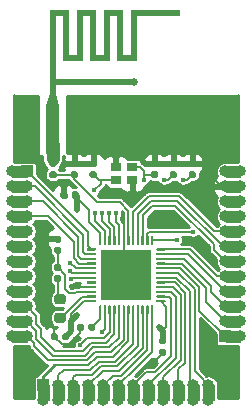
<source format=gbr>
%TF.GenerationSoftware,KiCad,Pcbnew,(5.1.10)-1*%
%TF.CreationDate,2024-03-30T22:18:20+09:00*%
%TF.ProjectId,BLEModule,424c454d-6f64-4756-9c65-2e6b69636164,rev?*%
%TF.SameCoordinates,Original*%
%TF.FileFunction,Copper,L1,Top*%
%TF.FilePolarity,Positive*%
%FSLAX46Y46*%
G04 Gerber Fmt 4.6, Leading zero omitted, Abs format (unit mm)*
G04 Created by KiCad (PCBNEW (5.1.10)-1) date 2024-03-30 22:18:20*
%MOMM*%
%LPD*%
G01*
G04 APERTURE LIST*
%TA.AperFunction,EtchedComponent*%
%ADD10C,0.035000*%
%TD*%
%TA.AperFunction,EtchedComponent*%
%ADD11C,0.100000*%
%TD*%
%TA.AperFunction,ComponentPad*%
%ADD12O,1.000000X1.000000*%
%TD*%
%TA.AperFunction,ComponentPad*%
%ADD13R,1.000000X1.000000*%
%TD*%
%TA.AperFunction,ConnectorPad*%
%ADD14C,0.100000*%
%TD*%
%TA.AperFunction,SMDPad,CuDef*%
%ADD15R,0.900000X0.800000*%
%TD*%
%TA.AperFunction,SMDPad,CuDef*%
%ADD16R,4.300000X4.300000*%
%TD*%
%TA.AperFunction,ViaPad*%
%ADD17C,0.500000*%
%TD*%
%TA.AperFunction,ViaPad*%
%ADD18C,0.400000*%
%TD*%
%TA.AperFunction,ViaPad*%
%ADD19C,0.635000*%
%TD*%
%TA.AperFunction,Conductor*%
%ADD20C,0.200000*%
%TD*%
%TA.AperFunction,Conductor*%
%ADD21C,0.500000*%
%TD*%
%TA.AperFunction,Conductor*%
%ADD22C,0.250000*%
%TD*%
%TA.AperFunction,Conductor*%
%ADD23C,1.117600*%
%TD*%
%TA.AperFunction,Conductor*%
%ADD24C,0.254000*%
%TD*%
%TA.AperFunction,Conductor*%
%ADD25C,0.100000*%
%TD*%
G04 APERTURE END LIST*
D10*
%TO.C,J2*%
G36*
X140352600Y-91944600D02*
G01*
X140352600Y-90725400D01*
X139387400Y-90725400D01*
X139387400Y-91944600D01*
X140352600Y-91944600D01*
G37*
X140352600Y-91944600D02*
X140352600Y-90725400D01*
X139387400Y-90725400D01*
X139387400Y-91944600D01*
X140352600Y-91944600D01*
G36*
X144162600Y-91944600D02*
G01*
X144162600Y-90725400D01*
X143197400Y-90725400D01*
X143197400Y-91944600D01*
X144162600Y-91944600D01*
G37*
X144162600Y-91944600D02*
X144162600Y-90725400D01*
X143197400Y-90725400D01*
X143197400Y-91944600D01*
X144162600Y-91944600D01*
G36*
X145432600Y-91944600D02*
G01*
X145432600Y-90725400D01*
X144467400Y-90725400D01*
X144467400Y-91944600D01*
X145432600Y-91944600D01*
G37*
X145432600Y-91944600D02*
X145432600Y-90725400D01*
X144467400Y-90725400D01*
X144467400Y-91944600D01*
X145432600Y-91944600D01*
G36*
X146702600Y-91944600D02*
G01*
X146702600Y-90725400D01*
X145737400Y-90725400D01*
X145737400Y-91944600D01*
X146702600Y-91944600D01*
G37*
X146702600Y-91944600D02*
X146702600Y-90725400D01*
X145737400Y-90725400D01*
X145737400Y-91944600D01*
X146702600Y-91944600D01*
G36*
X149242600Y-91944600D02*
G01*
X149242600Y-90725400D01*
X148277400Y-90725400D01*
X148277400Y-91944600D01*
X149242600Y-91944600D01*
G37*
X149242600Y-91944600D02*
X149242600Y-90725400D01*
X148277400Y-90725400D01*
X148277400Y-91944600D01*
X149242600Y-91944600D01*
G36*
X142892600Y-91944600D02*
G01*
X142892600Y-90725400D01*
X141927400Y-90725400D01*
X141927400Y-91944600D01*
X142892600Y-91944600D01*
G37*
X142892600Y-91944600D02*
X142892600Y-90725400D01*
X141927400Y-90725400D01*
X141927400Y-91944600D01*
X142892600Y-91944600D01*
G36*
X141622600Y-91944600D02*
G01*
X141622600Y-90725400D01*
X140657400Y-90725400D01*
X140657400Y-91944600D01*
X141622600Y-91944600D01*
G37*
X141622600Y-91944600D02*
X141622600Y-90725400D01*
X140657400Y-90725400D01*
X140657400Y-91944600D01*
X141622600Y-91944600D01*
G36*
X139082600Y-91944600D02*
G01*
X139082600Y-90725400D01*
X138117400Y-90725400D01*
X138117400Y-91944600D01*
X139082600Y-91944600D01*
G37*
X139082600Y-91944600D02*
X139082600Y-90725400D01*
X138117400Y-90725400D01*
X138117400Y-91944600D01*
X139082600Y-91944600D01*
G36*
X147972600Y-91944600D02*
G01*
X147972600Y-90725400D01*
X147007400Y-90725400D01*
X147007400Y-91944600D01*
X147972600Y-91944600D01*
G37*
X147972600Y-91944600D02*
X147972600Y-90725400D01*
X147007400Y-90725400D01*
X147007400Y-91944600D01*
X147972600Y-91944600D01*
G36*
X151782600Y-91944600D02*
G01*
X151782600Y-90725400D01*
X150817400Y-90725400D01*
X150817400Y-91944600D01*
X151782600Y-91944600D01*
G37*
X151782600Y-91944600D02*
X151782600Y-90725400D01*
X150817400Y-90725400D01*
X150817400Y-91944600D01*
X151782600Y-91944600D01*
G36*
X153052600Y-91944600D02*
G01*
X153052600Y-90725400D01*
X152087400Y-90725400D01*
X152087400Y-91944600D01*
X153052600Y-91944600D01*
G37*
X153052600Y-91944600D02*
X153052600Y-90725400D01*
X152087400Y-90725400D01*
X152087400Y-91944600D01*
X153052600Y-91944600D01*
G36*
X150512600Y-91944600D02*
G01*
X150512600Y-90725400D01*
X149547400Y-90725400D01*
X149547400Y-91944600D01*
X150512600Y-91944600D01*
G37*
X150512600Y-91944600D02*
X150512600Y-90725400D01*
X149547400Y-90725400D01*
X149547400Y-91944600D01*
X150512600Y-91944600D01*
%TO.C,J1*%
G36*
X135955400Y-74352600D02*
G01*
X137174600Y-74352600D01*
X137174600Y-73387400D01*
X135955400Y-73387400D01*
X135955400Y-74352600D01*
G37*
X135955400Y-74352600D02*
X137174600Y-74352600D01*
X137174600Y-73387400D01*
X135955400Y-73387400D01*
X135955400Y-74352600D01*
G36*
X135955400Y-78162600D02*
G01*
X137174600Y-78162600D01*
X137174600Y-77197400D01*
X135955400Y-77197400D01*
X135955400Y-78162600D01*
G37*
X135955400Y-78162600D02*
X137174600Y-78162600D01*
X137174600Y-77197400D01*
X135955400Y-77197400D01*
X135955400Y-78162600D01*
G36*
X135955400Y-79432600D02*
G01*
X137174600Y-79432600D01*
X137174600Y-78467400D01*
X135955400Y-78467400D01*
X135955400Y-79432600D01*
G37*
X135955400Y-79432600D02*
X137174600Y-79432600D01*
X137174600Y-78467400D01*
X135955400Y-78467400D01*
X135955400Y-79432600D01*
G36*
X135955400Y-80702600D02*
G01*
X137174600Y-80702600D01*
X137174600Y-79737400D01*
X135955400Y-79737400D01*
X135955400Y-80702600D01*
G37*
X135955400Y-80702600D02*
X137174600Y-80702600D01*
X137174600Y-79737400D01*
X135955400Y-79737400D01*
X135955400Y-80702600D01*
G36*
X135955400Y-83242600D02*
G01*
X137174600Y-83242600D01*
X137174600Y-82277400D01*
X135955400Y-82277400D01*
X135955400Y-83242600D01*
G37*
X135955400Y-83242600D02*
X137174600Y-83242600D01*
X137174600Y-82277400D01*
X135955400Y-82277400D01*
X135955400Y-83242600D01*
G36*
X135955400Y-76892600D02*
G01*
X137174600Y-76892600D01*
X137174600Y-75927400D01*
X135955400Y-75927400D01*
X135955400Y-76892600D01*
G37*
X135955400Y-76892600D02*
X137174600Y-76892600D01*
X137174600Y-75927400D01*
X135955400Y-75927400D01*
X135955400Y-76892600D01*
G36*
X135955400Y-75622600D02*
G01*
X137174600Y-75622600D01*
X137174600Y-74657400D01*
X135955400Y-74657400D01*
X135955400Y-75622600D01*
G37*
X135955400Y-75622600D02*
X137174600Y-75622600D01*
X137174600Y-74657400D01*
X135955400Y-74657400D01*
X135955400Y-75622600D01*
G36*
X135955400Y-73082600D02*
G01*
X137174600Y-73082600D01*
X137174600Y-72117400D01*
X135955400Y-72117400D01*
X135955400Y-73082600D01*
G37*
X135955400Y-73082600D02*
X137174600Y-73082600D01*
X137174600Y-72117400D01*
X135955400Y-72117400D01*
X135955400Y-73082600D01*
G36*
X135955400Y-81972600D02*
G01*
X137174600Y-81972600D01*
X137174600Y-81007400D01*
X135955400Y-81007400D01*
X135955400Y-81972600D01*
G37*
X135955400Y-81972600D02*
X137174600Y-81972600D01*
X137174600Y-81007400D01*
X135955400Y-81007400D01*
X135955400Y-81972600D01*
G36*
X135955400Y-85782600D02*
G01*
X137174600Y-85782600D01*
X137174600Y-84817400D01*
X135955400Y-84817400D01*
X135955400Y-85782600D01*
G37*
X135955400Y-85782600D02*
X137174600Y-85782600D01*
X137174600Y-84817400D01*
X135955400Y-84817400D01*
X135955400Y-85782600D01*
G36*
X135955400Y-87052600D02*
G01*
X137174600Y-87052600D01*
X137174600Y-86087400D01*
X135955400Y-86087400D01*
X135955400Y-87052600D01*
G37*
X135955400Y-87052600D02*
X137174600Y-87052600D01*
X137174600Y-86087400D01*
X135955400Y-86087400D01*
X135955400Y-87052600D01*
G36*
X135955400Y-84512600D02*
G01*
X137174600Y-84512600D01*
X137174600Y-83547400D01*
X135955400Y-83547400D01*
X135955400Y-84512600D01*
G37*
X135955400Y-84512600D02*
X137174600Y-84512600D01*
X137174600Y-83547400D01*
X135955400Y-83547400D01*
X135955400Y-84512600D01*
%TO.C,J3*%
G36*
X155244600Y-84817400D02*
G01*
X154025400Y-84817400D01*
X154025400Y-85782600D01*
X155244600Y-85782600D01*
X155244600Y-84817400D01*
G37*
X155244600Y-84817400D02*
X154025400Y-84817400D01*
X154025400Y-85782600D01*
X155244600Y-85782600D01*
X155244600Y-84817400D01*
G36*
X155244600Y-81007400D02*
G01*
X154025400Y-81007400D01*
X154025400Y-81972600D01*
X155244600Y-81972600D01*
X155244600Y-81007400D01*
G37*
X155244600Y-81007400D02*
X154025400Y-81007400D01*
X154025400Y-81972600D01*
X155244600Y-81972600D01*
X155244600Y-81007400D01*
G36*
X155244600Y-79737400D02*
G01*
X154025400Y-79737400D01*
X154025400Y-80702600D01*
X155244600Y-80702600D01*
X155244600Y-79737400D01*
G37*
X155244600Y-79737400D02*
X154025400Y-79737400D01*
X154025400Y-80702600D01*
X155244600Y-80702600D01*
X155244600Y-79737400D01*
G36*
X155244600Y-78467400D02*
G01*
X154025400Y-78467400D01*
X154025400Y-79432600D01*
X155244600Y-79432600D01*
X155244600Y-78467400D01*
G37*
X155244600Y-78467400D02*
X154025400Y-78467400D01*
X154025400Y-79432600D01*
X155244600Y-79432600D01*
X155244600Y-78467400D01*
G36*
X155244600Y-75927400D02*
G01*
X154025400Y-75927400D01*
X154025400Y-76892600D01*
X155244600Y-76892600D01*
X155244600Y-75927400D01*
G37*
X155244600Y-75927400D02*
X154025400Y-75927400D01*
X154025400Y-76892600D01*
X155244600Y-76892600D01*
X155244600Y-75927400D01*
G36*
X155244600Y-82277400D02*
G01*
X154025400Y-82277400D01*
X154025400Y-83242600D01*
X155244600Y-83242600D01*
X155244600Y-82277400D01*
G37*
X155244600Y-82277400D02*
X154025400Y-82277400D01*
X154025400Y-83242600D01*
X155244600Y-83242600D01*
X155244600Y-82277400D01*
G36*
X155244600Y-83547400D02*
G01*
X154025400Y-83547400D01*
X154025400Y-84512600D01*
X155244600Y-84512600D01*
X155244600Y-83547400D01*
G37*
X155244600Y-83547400D02*
X154025400Y-83547400D01*
X154025400Y-84512600D01*
X155244600Y-84512600D01*
X155244600Y-83547400D01*
G36*
X155244600Y-86087400D02*
G01*
X154025400Y-86087400D01*
X154025400Y-87052600D01*
X155244600Y-87052600D01*
X155244600Y-86087400D01*
G37*
X155244600Y-86087400D02*
X154025400Y-86087400D01*
X154025400Y-87052600D01*
X155244600Y-87052600D01*
X155244600Y-86087400D01*
G36*
X155244600Y-77197400D02*
G01*
X154025400Y-77197400D01*
X154025400Y-78162600D01*
X155244600Y-78162600D01*
X155244600Y-77197400D01*
G37*
X155244600Y-77197400D02*
X154025400Y-77197400D01*
X154025400Y-78162600D01*
X155244600Y-78162600D01*
X155244600Y-77197400D01*
G36*
X155244600Y-73387400D02*
G01*
X154025400Y-73387400D01*
X154025400Y-74352600D01*
X155244600Y-74352600D01*
X155244600Y-73387400D01*
G37*
X155244600Y-73387400D02*
X154025400Y-73387400D01*
X154025400Y-74352600D01*
X155244600Y-74352600D01*
X155244600Y-73387400D01*
G36*
X155244600Y-72117400D02*
G01*
X154025400Y-72117400D01*
X154025400Y-73082600D01*
X155244600Y-73082600D01*
X155244600Y-72117400D01*
G37*
X155244600Y-72117400D02*
X154025400Y-72117400D01*
X154025400Y-73082600D01*
X155244600Y-73082600D01*
X155244600Y-72117400D01*
G36*
X155244600Y-74657400D02*
G01*
X154025400Y-74657400D01*
X154025400Y-75622600D01*
X155244600Y-75622600D01*
X155244600Y-74657400D01*
G37*
X155244600Y-74657400D02*
X154025400Y-74657400D01*
X154025400Y-75622600D01*
X155244600Y-75622600D01*
X155244600Y-74657400D01*
D11*
%TO.C,ANT1*%
G36*
X139928600Y-67081400D02*
G01*
X139928600Y-71145400D01*
X138811000Y-71145400D01*
X138811000Y-67081400D01*
X139115800Y-66065400D01*
X139115800Y-58953400D01*
X140766800Y-58953400D01*
X140766800Y-62763400D01*
X141401800Y-62763400D01*
X141401800Y-58953400D01*
X143052800Y-58953400D01*
X143052800Y-62763400D01*
X143687800Y-62763400D01*
X143687800Y-58953400D01*
X145338800Y-58953400D01*
X145338800Y-62763400D01*
X145973800Y-62763400D01*
X145973800Y-58953400D01*
X150164800Y-58953400D01*
X150164800Y-59461400D01*
X146481800Y-59461400D01*
X146481800Y-63271400D01*
X144830800Y-63271400D01*
X144830800Y-59461400D01*
X144195800Y-59461400D01*
X144195800Y-63271400D01*
X142544800Y-63271400D01*
X142544800Y-59461400D01*
X141909800Y-59461400D01*
X141909800Y-63271400D01*
X140258800Y-63271400D01*
X140258800Y-59461400D01*
X139623800Y-59461400D01*
X139623800Y-64795400D01*
X146558000Y-64795400D01*
X146558000Y-65303400D01*
X139623800Y-65303400D01*
X139623800Y-66065400D01*
X139928600Y-67081400D01*
G37*
%TD*%
D12*
%TO.P,J2,3*%
%TO.N,P07*%
X141140000Y-90700000D03*
%TO.P,J2,11*%
%TO.N,P15*%
X151300000Y-90700000D03*
%TO.P,J2,5*%
%TO.N,P09*%
X143680000Y-90700000D03*
%TO.P,J2,7*%
%TO.N,P11*%
X146220000Y-90700000D03*
%TO.P,J2,12*%
%TO.N,P16*%
X152570000Y-90700000D03*
%TO.P,J2,10*%
%TO.N,P14*%
X150030000Y-90700000D03*
%TO.P,J2,6*%
%TO.N,P10*%
X144950000Y-90700000D03*
D13*
%TO.P,J2,1*%
%TO.N,P05*%
X138600000Y-90700000D03*
D12*
%TO.P,J2,8*%
%TO.N,P12*%
X147490000Y-90700000D03*
%TO.P,J2,9*%
%TO.N,P13*%
X148760000Y-90700000D03*
%TO.P,J2,4*%
%TO.N,P08*%
X142410000Y-90700000D03*
%TO.P,J2,2*%
%TO.N,P06*%
X139870000Y-90700000D03*
%TO.P,J2,*%
%TO.N,*%
X138600000Y-91970000D03*
X151300000Y-91970000D03*
X148760000Y-91970000D03*
X147490000Y-91970000D03*
X143680000Y-91970000D03*
X150030000Y-91970000D03*
X141140000Y-91970000D03*
X144950000Y-91970000D03*
X152570000Y-91970000D03*
X146220000Y-91970000D03*
X139870000Y-91970000D03*
X142410000Y-91970000D03*
%TD*%
%TO.P,J1,3*%
%TO.N,P27*%
X137200000Y-75140000D03*
%TO.P,J1,11*%
%TO.N,P03*%
X137200000Y-85300000D03*
%TO.P,J1,5*%
%TO.N,P29*%
X137200000Y-77680000D03*
%TO.P,J1,7*%
%TO.N,P31*%
X137200000Y-80220000D03*
%TO.P,J1,12*%
%TO.N,P04*%
X137200000Y-86570000D03*
%TO.P,J1,10*%
%TO.N,P02*%
X137200000Y-84030000D03*
%TO.P,J1,6*%
%TO.N,P30*%
X137200000Y-78950000D03*
D13*
%TO.P,J1,1*%
%TO.N,P25*%
X137200000Y-72600000D03*
D12*
%TO.P,J1,8*%
%TO.N,P00*%
X137200000Y-81490000D03*
%TO.P,J1,9*%
%TO.N,P01*%
X137200000Y-82760000D03*
%TO.P,J1,4*%
%TO.N,P28*%
X137200000Y-76410000D03*
%TO.P,J1,2*%
%TO.N,P26*%
X137200000Y-73870000D03*
%TO.P,J1,*%
%TO.N,*%
X135930000Y-72600000D03*
X135930000Y-85300000D03*
X135930000Y-82760000D03*
X135930000Y-81490000D03*
X135930000Y-77680000D03*
X135930000Y-84030000D03*
X135930000Y-75140000D03*
X135930000Y-78950000D03*
X135930000Y-86570000D03*
X135930000Y-80220000D03*
X135930000Y-73870000D03*
X135930000Y-76410000D03*
%TD*%
%TO.P,J3,3*%
%TO.N,P19*%
X154000000Y-84030000D03*
%TO.P,J3,11*%
%TO.N,GNDPWR*%
X154000000Y-73870000D03*
%TO.P,J3,5*%
%TO.N,P21*%
X154000000Y-81490000D03*
%TO.P,J3,7*%
%TO.N,P23*%
X154000000Y-78950000D03*
%TO.P,J3,12*%
%TO.N,+30V*%
X154000000Y-72600000D03*
%TO.P,J3,10*%
%TO.N,nRF_SWCLK*%
X154000000Y-75140000D03*
%TO.P,J3,6*%
%TO.N,P22*%
X154000000Y-80220000D03*
D13*
%TO.P,J3,1*%
%TO.N,P17*%
X154000000Y-86570000D03*
D12*
%TO.P,J3,8*%
%TO.N,P24*%
X154000000Y-77680000D03*
%TO.P,J3,9*%
%TO.N,nRF_SWDIO*%
X154000000Y-76410000D03*
%TO.P,J3,4*%
%TO.N,P20*%
X154000000Y-82760000D03*
%TO.P,J3,2*%
%TO.N,P18*%
X154000000Y-85300000D03*
%TO.P,J3,*%
%TO.N,*%
X155270000Y-86570000D03*
X155270000Y-73870000D03*
X155270000Y-76410000D03*
X155270000Y-77680000D03*
X155270000Y-81490000D03*
X155270000Y-75140000D03*
X155270000Y-84030000D03*
X155270000Y-80220000D03*
X155270000Y-72600000D03*
X155270000Y-78950000D03*
X155270000Y-85300000D03*
X155270000Y-82760000D03*
%TD*%
%TA.AperFunction,ConnectorPad*%
D14*
%TO.P,ANT1,1*%
%TO.N,/Main/ANT*%
G36*
X138811000Y-71145400D02*
G01*
X138811000Y-69494400D01*
X139928600Y-69494400D01*
X139928600Y-71145400D01*
X138811000Y-71145400D01*
G37*
%TD.AperFunction*%
%TD*%
%TO.P,C4,2*%
%TO.N,GNDPWR*%
%TA.AperFunction,SMDPad,CuDef*%
G36*
G01*
X142000000Y-85630000D02*
X142000000Y-85970000D01*
G75*
G02*
X141860000Y-86110000I-140000J0D01*
G01*
X141580000Y-86110000D01*
G75*
G02*
X141440000Y-85970000I0J140000D01*
G01*
X141440000Y-85630000D01*
G75*
G02*
X141580000Y-85490000I140000J0D01*
G01*
X141860000Y-85490000D01*
G75*
G02*
X142000000Y-85630000I0J-140000D01*
G01*
G37*
%TD.AperFunction*%
%TO.P,C4,1*%
%TO.N,Net-(C4-Pad1)*%
%TA.AperFunction,SMDPad,CuDef*%
G36*
G01*
X142960000Y-85630000D02*
X142960000Y-85970000D01*
G75*
G02*
X142820000Y-86110000I-140000J0D01*
G01*
X142540000Y-86110000D01*
G75*
G02*
X142400000Y-85970000I0J140000D01*
G01*
X142400000Y-85630000D01*
G75*
G02*
X142540000Y-85490000I140000J0D01*
G01*
X142820000Y-85490000D01*
G75*
G02*
X142960000Y-85630000I0J-140000D01*
G01*
G37*
%TD.AperFunction*%
%TD*%
%TO.P,C1,2*%
%TO.N,GNDPWR*%
%TA.AperFunction,SMDPad,CuDef*%
G36*
G01*
X148530000Y-87620000D02*
X148870000Y-87620000D01*
G75*
G02*
X149010000Y-87760000I0J-140000D01*
G01*
X149010000Y-88040000D01*
G75*
G02*
X148870000Y-88180000I-140000J0D01*
G01*
X148530000Y-88180000D01*
G75*
G02*
X148390000Y-88040000I0J140000D01*
G01*
X148390000Y-87760000D01*
G75*
G02*
X148530000Y-87620000I140000J0D01*
G01*
G37*
%TD.AperFunction*%
%TO.P,C1,1*%
%TO.N,+30V*%
%TA.AperFunction,SMDPad,CuDef*%
G36*
G01*
X148530000Y-86660000D02*
X148870000Y-86660000D01*
G75*
G02*
X149010000Y-86800000I0J-140000D01*
G01*
X149010000Y-87080000D01*
G75*
G02*
X148870000Y-87220000I-140000J0D01*
G01*
X148530000Y-87220000D01*
G75*
G02*
X148390000Y-87080000I0J140000D01*
G01*
X148390000Y-86800000D01*
G75*
G02*
X148530000Y-86660000I140000J0D01*
G01*
G37*
%TD.AperFunction*%
%TD*%
D15*
%TO.P,Y1,1*%
%TO.N,Net-(C9-Pad1)*%
X144700000Y-73350000D03*
%TO.P,Y1,2*%
%TO.N,GNDPWR*%
X146100000Y-73350000D03*
%TO.P,Y1,3*%
%TO.N,Net-(C8-Pad1)*%
X146100000Y-72250000D03*
%TO.P,Y1,4*%
%TO.N,GNDPWR*%
X144700000Y-72250000D03*
%TD*%
%TO.P,U1,1*%
%TO.N,Net-(C4-Pad1)*%
%TA.AperFunction,SMDPad,CuDef*%
G36*
G01*
X143450000Y-84750000D02*
X143350000Y-84750000D01*
G75*
G02*
X143300000Y-84700000I0J50000D01*
G01*
X143300000Y-84000000D01*
G75*
G02*
X143350000Y-83950000I50000J0D01*
G01*
X143450000Y-83950000D01*
G75*
G02*
X143500000Y-84000000I0J-50000D01*
G01*
X143500000Y-84700000D01*
G75*
G02*
X143450000Y-84750000I-50000J0D01*
G01*
G37*
%TD.AperFunction*%
%TO.P,U1,2*%
%TO.N,P00*%
%TA.AperFunction,SMDPad,CuDef*%
G36*
G01*
X143850000Y-84750000D02*
X143750000Y-84750000D01*
G75*
G02*
X143700000Y-84700000I0J50000D01*
G01*
X143700000Y-84000000D01*
G75*
G02*
X143750000Y-83950000I50000J0D01*
G01*
X143850000Y-83950000D01*
G75*
G02*
X143900000Y-84000000I0J-50000D01*
G01*
X143900000Y-84700000D01*
G75*
G02*
X143850000Y-84750000I-50000J0D01*
G01*
G37*
%TD.AperFunction*%
%TO.P,U1,3*%
%TO.N,P01*%
%TA.AperFunction,SMDPad,CuDef*%
G36*
G01*
X144250000Y-84750000D02*
X144150000Y-84750000D01*
G75*
G02*
X144100000Y-84700000I0J50000D01*
G01*
X144100000Y-84000000D01*
G75*
G02*
X144150000Y-83950000I50000J0D01*
G01*
X144250000Y-83950000D01*
G75*
G02*
X144300000Y-84000000I0J-50000D01*
G01*
X144300000Y-84700000D01*
G75*
G02*
X144250000Y-84750000I-50000J0D01*
G01*
G37*
%TD.AperFunction*%
%TO.P,U1,4*%
%TO.N,P02*%
%TA.AperFunction,SMDPad,CuDef*%
G36*
G01*
X144650000Y-84750000D02*
X144550000Y-84750000D01*
G75*
G02*
X144500000Y-84700000I0J50000D01*
G01*
X144500000Y-84000000D01*
G75*
G02*
X144550000Y-83950000I50000J0D01*
G01*
X144650000Y-83950000D01*
G75*
G02*
X144700000Y-84000000I0J-50000D01*
G01*
X144700000Y-84700000D01*
G75*
G02*
X144650000Y-84750000I-50000J0D01*
G01*
G37*
%TD.AperFunction*%
%TO.P,U1,5*%
%TO.N,P03*%
%TA.AperFunction,SMDPad,CuDef*%
G36*
G01*
X145050000Y-84750000D02*
X144950000Y-84750000D01*
G75*
G02*
X144900000Y-84700000I0J50000D01*
G01*
X144900000Y-84000000D01*
G75*
G02*
X144950000Y-83950000I50000J0D01*
G01*
X145050000Y-83950000D01*
G75*
G02*
X145100000Y-84000000I0J-50000D01*
G01*
X145100000Y-84700000D01*
G75*
G02*
X145050000Y-84750000I-50000J0D01*
G01*
G37*
%TD.AperFunction*%
%TO.P,U1,6*%
%TO.N,P04*%
%TA.AperFunction,SMDPad,CuDef*%
G36*
G01*
X145450000Y-84750000D02*
X145350000Y-84750000D01*
G75*
G02*
X145300000Y-84700000I0J50000D01*
G01*
X145300000Y-84000000D01*
G75*
G02*
X145350000Y-83950000I50000J0D01*
G01*
X145450000Y-83950000D01*
G75*
G02*
X145500000Y-84000000I0J-50000D01*
G01*
X145500000Y-84700000D01*
G75*
G02*
X145450000Y-84750000I-50000J0D01*
G01*
G37*
%TD.AperFunction*%
%TO.P,U1,7*%
%TO.N,P05*%
%TA.AperFunction,SMDPad,CuDef*%
G36*
G01*
X145850000Y-84750000D02*
X145750000Y-84750000D01*
G75*
G02*
X145700000Y-84700000I0J50000D01*
G01*
X145700000Y-84000000D01*
G75*
G02*
X145750000Y-83950000I50000J0D01*
G01*
X145850000Y-83950000D01*
G75*
G02*
X145900000Y-84000000I0J-50000D01*
G01*
X145900000Y-84700000D01*
G75*
G02*
X145850000Y-84750000I-50000J0D01*
G01*
G37*
%TD.AperFunction*%
%TO.P,U1,8*%
%TO.N,P06*%
%TA.AperFunction,SMDPad,CuDef*%
G36*
G01*
X146250000Y-84750000D02*
X146150000Y-84750000D01*
G75*
G02*
X146100000Y-84700000I0J50000D01*
G01*
X146100000Y-84000000D01*
G75*
G02*
X146150000Y-83950000I50000J0D01*
G01*
X146250000Y-83950000D01*
G75*
G02*
X146300000Y-84000000I0J-50000D01*
G01*
X146300000Y-84700000D01*
G75*
G02*
X146250000Y-84750000I-50000J0D01*
G01*
G37*
%TD.AperFunction*%
%TO.P,U1,9*%
%TO.N,P07*%
%TA.AperFunction,SMDPad,CuDef*%
G36*
G01*
X146650000Y-84750000D02*
X146550000Y-84750000D01*
G75*
G02*
X146500000Y-84700000I0J50000D01*
G01*
X146500000Y-84000000D01*
G75*
G02*
X146550000Y-83950000I50000J0D01*
G01*
X146650000Y-83950000D01*
G75*
G02*
X146700000Y-84000000I0J-50000D01*
G01*
X146700000Y-84700000D01*
G75*
G02*
X146650000Y-84750000I-50000J0D01*
G01*
G37*
%TD.AperFunction*%
%TO.P,U1,10*%
%TO.N,P08*%
%TA.AperFunction,SMDPad,CuDef*%
G36*
G01*
X147050000Y-84750000D02*
X146950000Y-84750000D01*
G75*
G02*
X146900000Y-84700000I0J50000D01*
G01*
X146900000Y-84000000D01*
G75*
G02*
X146950000Y-83950000I50000J0D01*
G01*
X147050000Y-83950000D01*
G75*
G02*
X147100000Y-84000000I0J-50000D01*
G01*
X147100000Y-84700000D01*
G75*
G02*
X147050000Y-84750000I-50000J0D01*
G01*
G37*
%TD.AperFunction*%
%TO.P,U1,11*%
%TO.N,P09*%
%TA.AperFunction,SMDPad,CuDef*%
G36*
G01*
X147450000Y-84750000D02*
X147350000Y-84750000D01*
G75*
G02*
X147300000Y-84700000I0J50000D01*
G01*
X147300000Y-84000000D01*
G75*
G02*
X147350000Y-83950000I50000J0D01*
G01*
X147450000Y-83950000D01*
G75*
G02*
X147500000Y-84000000I0J-50000D01*
G01*
X147500000Y-84700000D01*
G75*
G02*
X147450000Y-84750000I-50000J0D01*
G01*
G37*
%TD.AperFunction*%
%TO.P,U1,12*%
%TO.N,P10*%
%TA.AperFunction,SMDPad,CuDef*%
G36*
G01*
X147850000Y-84750000D02*
X147750000Y-84750000D01*
G75*
G02*
X147700000Y-84700000I0J50000D01*
G01*
X147700000Y-84000000D01*
G75*
G02*
X147750000Y-83950000I50000J0D01*
G01*
X147850000Y-83950000D01*
G75*
G02*
X147900000Y-84000000I0J-50000D01*
G01*
X147900000Y-84700000D01*
G75*
G02*
X147850000Y-84750000I-50000J0D01*
G01*
G37*
%TD.AperFunction*%
%TO.P,U1,13*%
%TO.N,+30V*%
%TA.AperFunction,SMDPad,CuDef*%
G36*
G01*
X148900000Y-83700000D02*
X148200000Y-83700000D01*
G75*
G02*
X148150000Y-83650000I0J50000D01*
G01*
X148150000Y-83550000D01*
G75*
G02*
X148200000Y-83500000I50000J0D01*
G01*
X148900000Y-83500000D01*
G75*
G02*
X148950000Y-83550000I0J-50000D01*
G01*
X148950000Y-83650000D01*
G75*
G02*
X148900000Y-83700000I-50000J0D01*
G01*
G37*
%TD.AperFunction*%
%TO.P,U1,14*%
%TO.N,P11*%
%TA.AperFunction,SMDPad,CuDef*%
G36*
G01*
X148900000Y-83300000D02*
X148200000Y-83300000D01*
G75*
G02*
X148150000Y-83250000I0J50000D01*
G01*
X148150000Y-83150000D01*
G75*
G02*
X148200000Y-83100000I50000J0D01*
G01*
X148900000Y-83100000D01*
G75*
G02*
X148950000Y-83150000I0J-50000D01*
G01*
X148950000Y-83250000D01*
G75*
G02*
X148900000Y-83300000I-50000J0D01*
G01*
G37*
%TD.AperFunction*%
%TO.P,U1,15*%
%TO.N,P12*%
%TA.AperFunction,SMDPad,CuDef*%
G36*
G01*
X148900000Y-82900000D02*
X148200000Y-82900000D01*
G75*
G02*
X148150000Y-82850000I0J50000D01*
G01*
X148150000Y-82750000D01*
G75*
G02*
X148200000Y-82700000I50000J0D01*
G01*
X148900000Y-82700000D01*
G75*
G02*
X148950000Y-82750000I0J-50000D01*
G01*
X148950000Y-82850000D01*
G75*
G02*
X148900000Y-82900000I-50000J0D01*
G01*
G37*
%TD.AperFunction*%
%TO.P,U1,16*%
%TO.N,P13*%
%TA.AperFunction,SMDPad,CuDef*%
G36*
G01*
X148900000Y-82500000D02*
X148200000Y-82500000D01*
G75*
G02*
X148150000Y-82450000I0J50000D01*
G01*
X148150000Y-82350000D01*
G75*
G02*
X148200000Y-82300000I50000J0D01*
G01*
X148900000Y-82300000D01*
G75*
G02*
X148950000Y-82350000I0J-50000D01*
G01*
X148950000Y-82450000D01*
G75*
G02*
X148900000Y-82500000I-50000J0D01*
G01*
G37*
%TD.AperFunction*%
%TO.P,U1,17*%
%TO.N,P14*%
%TA.AperFunction,SMDPad,CuDef*%
G36*
G01*
X148900000Y-82100000D02*
X148200000Y-82100000D01*
G75*
G02*
X148150000Y-82050000I0J50000D01*
G01*
X148150000Y-81950000D01*
G75*
G02*
X148200000Y-81900000I50000J0D01*
G01*
X148900000Y-81900000D01*
G75*
G02*
X148950000Y-81950000I0J-50000D01*
G01*
X148950000Y-82050000D01*
G75*
G02*
X148900000Y-82100000I-50000J0D01*
G01*
G37*
%TD.AperFunction*%
%TO.P,U1,18*%
%TO.N,P15*%
%TA.AperFunction,SMDPad,CuDef*%
G36*
G01*
X148900000Y-81700000D02*
X148200000Y-81700000D01*
G75*
G02*
X148150000Y-81650000I0J50000D01*
G01*
X148150000Y-81550000D01*
G75*
G02*
X148200000Y-81500000I50000J0D01*
G01*
X148900000Y-81500000D01*
G75*
G02*
X148950000Y-81550000I0J-50000D01*
G01*
X148950000Y-81650000D01*
G75*
G02*
X148900000Y-81700000I-50000J0D01*
G01*
G37*
%TD.AperFunction*%
%TO.P,U1,19*%
%TO.N,P16*%
%TA.AperFunction,SMDPad,CuDef*%
G36*
G01*
X148900000Y-81300000D02*
X148200000Y-81300000D01*
G75*
G02*
X148150000Y-81250000I0J50000D01*
G01*
X148150000Y-81150000D01*
G75*
G02*
X148200000Y-81100000I50000J0D01*
G01*
X148900000Y-81100000D01*
G75*
G02*
X148950000Y-81150000I0J-50000D01*
G01*
X148950000Y-81250000D01*
G75*
G02*
X148900000Y-81300000I-50000J0D01*
G01*
G37*
%TD.AperFunction*%
%TO.P,U1,20*%
%TO.N,P17*%
%TA.AperFunction,SMDPad,CuDef*%
G36*
G01*
X148900000Y-80900000D02*
X148200000Y-80900000D01*
G75*
G02*
X148150000Y-80850000I0J50000D01*
G01*
X148150000Y-80750000D01*
G75*
G02*
X148200000Y-80700000I50000J0D01*
G01*
X148900000Y-80700000D01*
G75*
G02*
X148950000Y-80750000I0J-50000D01*
G01*
X148950000Y-80850000D01*
G75*
G02*
X148900000Y-80900000I-50000J0D01*
G01*
G37*
%TD.AperFunction*%
%TO.P,U1,21*%
%TO.N,P18*%
%TA.AperFunction,SMDPad,CuDef*%
G36*
G01*
X148900000Y-80500000D02*
X148200000Y-80500000D01*
G75*
G02*
X148150000Y-80450000I0J50000D01*
G01*
X148150000Y-80350000D01*
G75*
G02*
X148200000Y-80300000I50000J0D01*
G01*
X148900000Y-80300000D01*
G75*
G02*
X148950000Y-80350000I0J-50000D01*
G01*
X148950000Y-80450000D01*
G75*
G02*
X148900000Y-80500000I-50000J0D01*
G01*
G37*
%TD.AperFunction*%
%TO.P,U1,22*%
%TO.N,P19*%
%TA.AperFunction,SMDPad,CuDef*%
G36*
G01*
X148900000Y-80100000D02*
X148200000Y-80100000D01*
G75*
G02*
X148150000Y-80050000I0J50000D01*
G01*
X148150000Y-79950000D01*
G75*
G02*
X148200000Y-79900000I50000J0D01*
G01*
X148900000Y-79900000D01*
G75*
G02*
X148950000Y-79950000I0J-50000D01*
G01*
X148950000Y-80050000D01*
G75*
G02*
X148900000Y-80100000I-50000J0D01*
G01*
G37*
%TD.AperFunction*%
%TO.P,U1,23*%
%TO.N,P20*%
%TA.AperFunction,SMDPad,CuDef*%
G36*
G01*
X148900000Y-79700000D02*
X148200000Y-79700000D01*
G75*
G02*
X148150000Y-79650000I0J50000D01*
G01*
X148150000Y-79550000D01*
G75*
G02*
X148200000Y-79500000I50000J0D01*
G01*
X148900000Y-79500000D01*
G75*
G02*
X148950000Y-79550000I0J-50000D01*
G01*
X148950000Y-79650000D01*
G75*
G02*
X148900000Y-79700000I-50000J0D01*
G01*
G37*
%TD.AperFunction*%
%TO.P,U1,24*%
%TO.N,P21*%
%TA.AperFunction,SMDPad,CuDef*%
G36*
G01*
X148900000Y-79300000D02*
X148200000Y-79300000D01*
G75*
G02*
X148150000Y-79250000I0J50000D01*
G01*
X148150000Y-79150000D01*
G75*
G02*
X148200000Y-79100000I50000J0D01*
G01*
X148900000Y-79100000D01*
G75*
G02*
X148950000Y-79150000I0J-50000D01*
G01*
X148950000Y-79250000D01*
G75*
G02*
X148900000Y-79300000I-50000J0D01*
G01*
G37*
%TD.AperFunction*%
%TO.P,U1,25*%
%TO.N,nRF_SWCLK*%
%TA.AperFunction,SMDPad,CuDef*%
G36*
G01*
X147850000Y-78850000D02*
X147750000Y-78850000D01*
G75*
G02*
X147700000Y-78800000I0J50000D01*
G01*
X147700000Y-78100000D01*
G75*
G02*
X147750000Y-78050000I50000J0D01*
G01*
X147850000Y-78050000D01*
G75*
G02*
X147900000Y-78100000I0J-50000D01*
G01*
X147900000Y-78800000D01*
G75*
G02*
X147850000Y-78850000I-50000J0D01*
G01*
G37*
%TD.AperFunction*%
%TO.P,U1,26*%
%TO.N,nRF_SWDIO*%
%TA.AperFunction,SMDPad,CuDef*%
G36*
G01*
X147450000Y-78850000D02*
X147350000Y-78850000D01*
G75*
G02*
X147300000Y-78800000I0J50000D01*
G01*
X147300000Y-78100000D01*
G75*
G02*
X147350000Y-78050000I50000J0D01*
G01*
X147450000Y-78050000D01*
G75*
G02*
X147500000Y-78100000I0J-50000D01*
G01*
X147500000Y-78800000D01*
G75*
G02*
X147450000Y-78850000I-50000J0D01*
G01*
G37*
%TD.AperFunction*%
%TO.P,U1,27*%
%TO.N,P22*%
%TA.AperFunction,SMDPad,CuDef*%
G36*
G01*
X147050000Y-78850000D02*
X146950000Y-78850000D01*
G75*
G02*
X146900000Y-78800000I0J50000D01*
G01*
X146900000Y-78100000D01*
G75*
G02*
X146950000Y-78050000I50000J0D01*
G01*
X147050000Y-78050000D01*
G75*
G02*
X147100000Y-78100000I0J-50000D01*
G01*
X147100000Y-78800000D01*
G75*
G02*
X147050000Y-78850000I-50000J0D01*
G01*
G37*
%TD.AperFunction*%
%TO.P,U1,28*%
%TO.N,P23*%
%TA.AperFunction,SMDPad,CuDef*%
G36*
G01*
X146650000Y-78850000D02*
X146550000Y-78850000D01*
G75*
G02*
X146500000Y-78800000I0J50000D01*
G01*
X146500000Y-78100000D01*
G75*
G02*
X146550000Y-78050000I50000J0D01*
G01*
X146650000Y-78050000D01*
G75*
G02*
X146700000Y-78100000I0J-50000D01*
G01*
X146700000Y-78800000D01*
G75*
G02*
X146650000Y-78850000I-50000J0D01*
G01*
G37*
%TD.AperFunction*%
%TO.P,U1,29*%
%TO.N,P24*%
%TA.AperFunction,SMDPad,CuDef*%
G36*
G01*
X146250000Y-78850000D02*
X146150000Y-78850000D01*
G75*
G02*
X146100000Y-78800000I0J50000D01*
G01*
X146100000Y-78100000D01*
G75*
G02*
X146150000Y-78050000I50000J0D01*
G01*
X146250000Y-78050000D01*
G75*
G02*
X146300000Y-78100000I0J-50000D01*
G01*
X146300000Y-78800000D01*
G75*
G02*
X146250000Y-78850000I-50000J0D01*
G01*
G37*
%TD.AperFunction*%
%TO.P,U1,30*%
%TO.N,Net-(C10-Pad1)*%
%TA.AperFunction,SMDPad,CuDef*%
G36*
G01*
X145850000Y-78850000D02*
X145750000Y-78850000D01*
G75*
G02*
X145700000Y-78800000I0J50000D01*
G01*
X145700000Y-78100000D01*
G75*
G02*
X145750000Y-78050000I50000J0D01*
G01*
X145850000Y-78050000D01*
G75*
G02*
X145900000Y-78100000I0J-50000D01*
G01*
X145900000Y-78800000D01*
G75*
G02*
X145850000Y-78850000I-50000J0D01*
G01*
G37*
%TD.AperFunction*%
%TO.P,U1,31*%
%TO.N,GNDPWR*%
%TA.AperFunction,SMDPad,CuDef*%
G36*
G01*
X145450000Y-78850000D02*
X145350000Y-78850000D01*
G75*
G02*
X145300000Y-78800000I0J50000D01*
G01*
X145300000Y-78100000D01*
G75*
G02*
X145350000Y-78050000I50000J0D01*
G01*
X145450000Y-78050000D01*
G75*
G02*
X145500000Y-78100000I0J-50000D01*
G01*
X145500000Y-78800000D01*
G75*
G02*
X145450000Y-78850000I-50000J0D01*
G01*
G37*
%TD.AperFunction*%
%TO.P,U1,32*%
%TO.N,Net-(C5-Pad1)*%
%TA.AperFunction,SMDPad,CuDef*%
G36*
G01*
X145050000Y-78850000D02*
X144950000Y-78850000D01*
G75*
G02*
X144900000Y-78800000I0J50000D01*
G01*
X144900000Y-78100000D01*
G75*
G02*
X144950000Y-78050000I50000J0D01*
G01*
X145050000Y-78050000D01*
G75*
G02*
X145100000Y-78100000I0J-50000D01*
G01*
X145100000Y-78800000D01*
G75*
G02*
X145050000Y-78850000I-50000J0D01*
G01*
G37*
%TD.AperFunction*%
%TO.P,U1,33*%
%TO.N,Net-(C6-Pad1)*%
%TA.AperFunction,SMDPad,CuDef*%
G36*
G01*
X144650000Y-78850000D02*
X144550000Y-78850000D01*
G75*
G02*
X144500000Y-78800000I0J50000D01*
G01*
X144500000Y-78100000D01*
G75*
G02*
X144550000Y-78050000I50000J0D01*
G01*
X144650000Y-78050000D01*
G75*
G02*
X144700000Y-78100000I0J-50000D01*
G01*
X144700000Y-78800000D01*
G75*
G02*
X144650000Y-78850000I-50000J0D01*
G01*
G37*
%TD.AperFunction*%
%TO.P,U1,34*%
%TO.N,Net-(C8-Pad1)*%
%TA.AperFunction,SMDPad,CuDef*%
G36*
G01*
X144250000Y-78850000D02*
X144150000Y-78850000D01*
G75*
G02*
X144100000Y-78800000I0J50000D01*
G01*
X144100000Y-78100000D01*
G75*
G02*
X144150000Y-78050000I50000J0D01*
G01*
X144250000Y-78050000D01*
G75*
G02*
X144300000Y-78100000I0J-50000D01*
G01*
X144300000Y-78800000D01*
G75*
G02*
X144250000Y-78850000I-50000J0D01*
G01*
G37*
%TD.AperFunction*%
%TO.P,U1,35*%
%TO.N,Net-(C9-Pad1)*%
%TA.AperFunction,SMDPad,CuDef*%
G36*
G01*
X143850000Y-78850000D02*
X143750000Y-78850000D01*
G75*
G02*
X143700000Y-78800000I0J50000D01*
G01*
X143700000Y-78100000D01*
G75*
G02*
X143750000Y-78050000I50000J0D01*
G01*
X143850000Y-78050000D01*
G75*
G02*
X143900000Y-78100000I0J-50000D01*
G01*
X143900000Y-78800000D01*
G75*
G02*
X143850000Y-78850000I-50000J0D01*
G01*
G37*
%TD.AperFunction*%
%TO.P,U1,36*%
%TO.N,+30V*%
%TA.AperFunction,SMDPad,CuDef*%
G36*
G01*
X143450000Y-78850000D02*
X143350000Y-78850000D01*
G75*
G02*
X143300000Y-78800000I0J50000D01*
G01*
X143300000Y-78100000D01*
G75*
G02*
X143350000Y-78050000I50000J0D01*
G01*
X143450000Y-78050000D01*
G75*
G02*
X143500000Y-78100000I0J-50000D01*
G01*
X143500000Y-78800000D01*
G75*
G02*
X143450000Y-78850000I-50000J0D01*
G01*
G37*
%TD.AperFunction*%
%TO.P,U1,37*%
%TO.N,P25*%
%TA.AperFunction,SMDPad,CuDef*%
G36*
G01*
X143000000Y-79300000D02*
X142300000Y-79300000D01*
G75*
G02*
X142250000Y-79250000I0J50000D01*
G01*
X142250000Y-79150000D01*
G75*
G02*
X142300000Y-79100000I50000J0D01*
G01*
X143000000Y-79100000D01*
G75*
G02*
X143050000Y-79150000I0J-50000D01*
G01*
X143050000Y-79250000D01*
G75*
G02*
X143000000Y-79300000I-50000J0D01*
G01*
G37*
%TD.AperFunction*%
%TO.P,U1,38*%
%TO.N,P26*%
%TA.AperFunction,SMDPad,CuDef*%
G36*
G01*
X143000000Y-79700000D02*
X142300000Y-79700000D01*
G75*
G02*
X142250000Y-79650000I0J50000D01*
G01*
X142250000Y-79550000D01*
G75*
G02*
X142300000Y-79500000I50000J0D01*
G01*
X143000000Y-79500000D01*
G75*
G02*
X143050000Y-79550000I0J-50000D01*
G01*
X143050000Y-79650000D01*
G75*
G02*
X143000000Y-79700000I-50000J0D01*
G01*
G37*
%TD.AperFunction*%
%TO.P,U1,39*%
%TO.N,P27*%
%TA.AperFunction,SMDPad,CuDef*%
G36*
G01*
X143000000Y-80100000D02*
X142300000Y-80100000D01*
G75*
G02*
X142250000Y-80050000I0J50000D01*
G01*
X142250000Y-79950000D01*
G75*
G02*
X142300000Y-79900000I50000J0D01*
G01*
X143000000Y-79900000D01*
G75*
G02*
X143050000Y-79950000I0J-50000D01*
G01*
X143050000Y-80050000D01*
G75*
G02*
X143000000Y-80100000I-50000J0D01*
G01*
G37*
%TD.AperFunction*%
%TO.P,U1,40*%
%TO.N,P28*%
%TA.AperFunction,SMDPad,CuDef*%
G36*
G01*
X143000000Y-80500000D02*
X142300000Y-80500000D01*
G75*
G02*
X142250000Y-80450000I0J50000D01*
G01*
X142250000Y-80350000D01*
G75*
G02*
X142300000Y-80300000I50000J0D01*
G01*
X143000000Y-80300000D01*
G75*
G02*
X143050000Y-80350000I0J-50000D01*
G01*
X143050000Y-80450000D01*
G75*
G02*
X143000000Y-80500000I-50000J0D01*
G01*
G37*
%TD.AperFunction*%
%TO.P,U1,41*%
%TO.N,P29*%
%TA.AperFunction,SMDPad,CuDef*%
G36*
G01*
X143000000Y-80900000D02*
X142300000Y-80900000D01*
G75*
G02*
X142250000Y-80850000I0J50000D01*
G01*
X142250000Y-80750000D01*
G75*
G02*
X142300000Y-80700000I50000J0D01*
G01*
X143000000Y-80700000D01*
G75*
G02*
X143050000Y-80750000I0J-50000D01*
G01*
X143050000Y-80850000D01*
G75*
G02*
X143000000Y-80900000I-50000J0D01*
G01*
G37*
%TD.AperFunction*%
%TO.P,U1,42*%
%TO.N,P30*%
%TA.AperFunction,SMDPad,CuDef*%
G36*
G01*
X143000000Y-81300000D02*
X142300000Y-81300000D01*
G75*
G02*
X142250000Y-81250000I0J50000D01*
G01*
X142250000Y-81150000D01*
G75*
G02*
X142300000Y-81100000I50000J0D01*
G01*
X143000000Y-81100000D01*
G75*
G02*
X143050000Y-81150000I0J-50000D01*
G01*
X143050000Y-81250000D01*
G75*
G02*
X143000000Y-81300000I-50000J0D01*
G01*
G37*
%TD.AperFunction*%
%TO.P,U1,43*%
%TO.N,P31*%
%TA.AperFunction,SMDPad,CuDef*%
G36*
G01*
X143000000Y-81700000D02*
X142300000Y-81700000D01*
G75*
G02*
X142250000Y-81650000I0J50000D01*
G01*
X142250000Y-81550000D01*
G75*
G02*
X142300000Y-81500000I50000J0D01*
G01*
X143000000Y-81500000D01*
G75*
G02*
X143050000Y-81550000I0J-50000D01*
G01*
X143050000Y-81650000D01*
G75*
G02*
X143000000Y-81700000I-50000J0D01*
G01*
G37*
%TD.AperFunction*%
%TO.P,U1,44*%
%TO.N,N/C*%
%TA.AperFunction,SMDPad,CuDef*%
G36*
G01*
X143000000Y-82100000D02*
X142300000Y-82100000D01*
G75*
G02*
X142250000Y-82050000I0J50000D01*
G01*
X142250000Y-81950000D01*
G75*
G02*
X142300000Y-81900000I50000J0D01*
G01*
X143000000Y-81900000D01*
G75*
G02*
X143050000Y-81950000I0J-50000D01*
G01*
X143050000Y-82050000D01*
G75*
G02*
X143000000Y-82100000I-50000J0D01*
G01*
G37*
%TD.AperFunction*%
%TO.P,U1,45*%
%TO.N,GNDPWR*%
%TA.AperFunction,SMDPad,CuDef*%
G36*
G01*
X143000000Y-82500000D02*
X142300000Y-82500000D01*
G75*
G02*
X142250000Y-82450000I0J50000D01*
G01*
X142250000Y-82350000D01*
G75*
G02*
X142300000Y-82300000I50000J0D01*
G01*
X143000000Y-82300000D01*
G75*
G02*
X143050000Y-82350000I0J-50000D01*
G01*
X143050000Y-82450000D01*
G75*
G02*
X143000000Y-82500000I-50000J0D01*
G01*
G37*
%TD.AperFunction*%
%TO.P,U1,46*%
%TO.N,Net-(C7-Pad1)*%
%TA.AperFunction,SMDPad,CuDef*%
G36*
G01*
X143000000Y-82900000D02*
X142300000Y-82900000D01*
G75*
G02*
X142250000Y-82850000I0J50000D01*
G01*
X142250000Y-82750000D01*
G75*
G02*
X142300000Y-82700000I50000J0D01*
G01*
X143000000Y-82700000D01*
G75*
G02*
X143050000Y-82750000I0J-50000D01*
G01*
X143050000Y-82850000D01*
G75*
G02*
X143000000Y-82900000I-50000J0D01*
G01*
G37*
%TD.AperFunction*%
%TO.P,U1,47*%
%TO.N,Net-(L2-Pad2)*%
%TA.AperFunction,SMDPad,CuDef*%
G36*
G01*
X143000000Y-83300000D02*
X142300000Y-83300000D01*
G75*
G02*
X142250000Y-83250000I0J50000D01*
G01*
X142250000Y-83150000D01*
G75*
G02*
X142300000Y-83100000I50000J0D01*
G01*
X143000000Y-83100000D01*
G75*
G02*
X143050000Y-83150000I0J-50000D01*
G01*
X143050000Y-83250000D01*
G75*
G02*
X143000000Y-83300000I-50000J0D01*
G01*
G37*
%TD.AperFunction*%
%TO.P,U1,48*%
%TO.N,+30V*%
%TA.AperFunction,SMDPad,CuDef*%
G36*
G01*
X143000000Y-83700000D02*
X142300000Y-83700000D01*
G75*
G02*
X142250000Y-83650000I0J50000D01*
G01*
X142250000Y-83550000D01*
G75*
G02*
X142300000Y-83500000I50000J0D01*
G01*
X143000000Y-83500000D01*
G75*
G02*
X143050000Y-83550000I0J-50000D01*
G01*
X143050000Y-83650000D01*
G75*
G02*
X143000000Y-83700000I-50000J0D01*
G01*
G37*
%TD.AperFunction*%
D16*
%TO.P,U1,49*%
%TO.N,GNDPWR*%
X145600000Y-81400000D03*
%TD*%
%TO.P,L3,1*%
%TO.N,/Main/ANT*%
%TA.AperFunction,SMDPad,CuDef*%
G36*
G01*
X139227500Y-71620000D02*
X139572500Y-71620000D01*
G75*
G02*
X139720000Y-71767500I0J-147500D01*
G01*
X139720000Y-72062500D01*
G75*
G02*
X139572500Y-72210000I-147500J0D01*
G01*
X139227500Y-72210000D01*
G75*
G02*
X139080000Y-72062500I0J147500D01*
G01*
X139080000Y-71767500D01*
G75*
G02*
X139227500Y-71620000I147500J0D01*
G01*
G37*
%TD.AperFunction*%
%TO.P,L3,2*%
%TO.N,Net-(C10-Pad1)*%
%TA.AperFunction,SMDPad,CuDef*%
G36*
G01*
X139227500Y-72590000D02*
X139572500Y-72590000D01*
G75*
G02*
X139720000Y-72737500I0J-147500D01*
G01*
X139720000Y-73032500D01*
G75*
G02*
X139572500Y-73180000I-147500J0D01*
G01*
X139227500Y-73180000D01*
G75*
G02*
X139080000Y-73032500I0J147500D01*
G01*
X139080000Y-72737500D01*
G75*
G02*
X139227500Y-72590000I147500J0D01*
G01*
G37*
%TD.AperFunction*%
%TD*%
%TO.P,L2,1*%
%TO.N,Net-(L1-Pad2)*%
%TA.AperFunction,SMDPad,CuDef*%
G36*
G01*
X139743750Y-82975000D02*
X140256250Y-82975000D01*
G75*
G02*
X140475000Y-83193750I0J-218750D01*
G01*
X140475000Y-83631250D01*
G75*
G02*
X140256250Y-83850000I-218750J0D01*
G01*
X139743750Y-83850000D01*
G75*
G02*
X139525000Y-83631250I0J218750D01*
G01*
X139525000Y-83193750D01*
G75*
G02*
X139743750Y-82975000I218750J0D01*
G01*
G37*
%TD.AperFunction*%
%TO.P,L2,2*%
%TO.N,Net-(L2-Pad2)*%
%TA.AperFunction,SMDPad,CuDef*%
G36*
G01*
X139743750Y-84550000D02*
X140256250Y-84550000D01*
G75*
G02*
X140475000Y-84768750I0J-218750D01*
G01*
X140475000Y-85206250D01*
G75*
G02*
X140256250Y-85425000I-218750J0D01*
G01*
X139743750Y-85425000D01*
G75*
G02*
X139525000Y-85206250I0J218750D01*
G01*
X139525000Y-84768750D01*
G75*
G02*
X139743750Y-84550000I218750J0D01*
G01*
G37*
%TD.AperFunction*%
%TD*%
%TO.P,L1,1*%
%TO.N,Net-(C7-Pad1)*%
%TA.AperFunction,SMDPad,CuDef*%
G36*
G01*
X139627500Y-80420000D02*
X139972500Y-80420000D01*
G75*
G02*
X140120000Y-80567500I0J-147500D01*
G01*
X140120000Y-80862500D01*
G75*
G02*
X139972500Y-81010000I-147500J0D01*
G01*
X139627500Y-81010000D01*
G75*
G02*
X139480000Y-80862500I0J147500D01*
G01*
X139480000Y-80567500D01*
G75*
G02*
X139627500Y-80420000I147500J0D01*
G01*
G37*
%TD.AperFunction*%
%TO.P,L1,2*%
%TO.N,Net-(L1-Pad2)*%
%TA.AperFunction,SMDPad,CuDef*%
G36*
G01*
X139627500Y-81390000D02*
X139972500Y-81390000D01*
G75*
G02*
X140120000Y-81537500I0J-147500D01*
G01*
X140120000Y-81832500D01*
G75*
G02*
X139972500Y-81980000I-147500J0D01*
G01*
X139627500Y-81980000D01*
G75*
G02*
X139480000Y-81832500I0J147500D01*
G01*
X139480000Y-81537500D01*
G75*
G02*
X139627500Y-81390000I147500J0D01*
G01*
G37*
%TD.AperFunction*%
%TD*%
%TO.P,C10,2*%
%TO.N,GNDPWR*%
%TA.AperFunction,SMDPad,CuDef*%
G36*
G01*
X141370000Y-72200000D02*
X141030000Y-72200000D01*
G75*
G02*
X140890000Y-72060000I0J140000D01*
G01*
X140890000Y-71780000D01*
G75*
G02*
X141030000Y-71640000I140000J0D01*
G01*
X141370000Y-71640000D01*
G75*
G02*
X141510000Y-71780000I0J-140000D01*
G01*
X141510000Y-72060000D01*
G75*
G02*
X141370000Y-72200000I-140000J0D01*
G01*
G37*
%TD.AperFunction*%
%TO.P,C10,1*%
%TO.N,Net-(C10-Pad1)*%
%TA.AperFunction,SMDPad,CuDef*%
G36*
G01*
X141370000Y-73160000D02*
X141030000Y-73160000D01*
G75*
G02*
X140890000Y-73020000I0J140000D01*
G01*
X140890000Y-72740000D01*
G75*
G02*
X141030000Y-72600000I140000J0D01*
G01*
X141370000Y-72600000D01*
G75*
G02*
X141510000Y-72740000I0J-140000D01*
G01*
X141510000Y-73020000D01*
G75*
G02*
X141370000Y-73160000I-140000J0D01*
G01*
G37*
%TD.AperFunction*%
%TD*%
%TO.P,C9,2*%
%TO.N,GNDPWR*%
%TA.AperFunction,SMDPad,CuDef*%
G36*
G01*
X142970000Y-72200000D02*
X142630000Y-72200000D01*
G75*
G02*
X142490000Y-72060000I0J140000D01*
G01*
X142490000Y-71780000D01*
G75*
G02*
X142630000Y-71640000I140000J0D01*
G01*
X142970000Y-71640000D01*
G75*
G02*
X143110000Y-71780000I0J-140000D01*
G01*
X143110000Y-72060000D01*
G75*
G02*
X142970000Y-72200000I-140000J0D01*
G01*
G37*
%TD.AperFunction*%
%TO.P,C9,1*%
%TO.N,Net-(C9-Pad1)*%
%TA.AperFunction,SMDPad,CuDef*%
G36*
G01*
X142970000Y-73160000D02*
X142630000Y-73160000D01*
G75*
G02*
X142490000Y-73020000I0J140000D01*
G01*
X142490000Y-72740000D01*
G75*
G02*
X142630000Y-72600000I140000J0D01*
G01*
X142970000Y-72600000D01*
G75*
G02*
X143110000Y-72740000I0J-140000D01*
G01*
X143110000Y-73020000D01*
G75*
G02*
X142970000Y-73160000I-140000J0D01*
G01*
G37*
%TD.AperFunction*%
%TD*%
%TO.P,C8,2*%
%TO.N,GNDPWR*%
%TA.AperFunction,SMDPad,CuDef*%
G36*
G01*
X148170000Y-72200000D02*
X147830000Y-72200000D01*
G75*
G02*
X147690000Y-72060000I0J140000D01*
G01*
X147690000Y-71780000D01*
G75*
G02*
X147830000Y-71640000I140000J0D01*
G01*
X148170000Y-71640000D01*
G75*
G02*
X148310000Y-71780000I0J-140000D01*
G01*
X148310000Y-72060000D01*
G75*
G02*
X148170000Y-72200000I-140000J0D01*
G01*
G37*
%TD.AperFunction*%
%TO.P,C8,1*%
%TO.N,Net-(C8-Pad1)*%
%TA.AperFunction,SMDPad,CuDef*%
G36*
G01*
X148170000Y-73160000D02*
X147830000Y-73160000D01*
G75*
G02*
X147690000Y-73020000I0J140000D01*
G01*
X147690000Y-72740000D01*
G75*
G02*
X147830000Y-72600000I140000J0D01*
G01*
X148170000Y-72600000D01*
G75*
G02*
X148310000Y-72740000I0J-140000D01*
G01*
X148310000Y-73020000D01*
G75*
G02*
X148170000Y-73160000I-140000J0D01*
G01*
G37*
%TD.AperFunction*%
%TD*%
%TO.P,C7,2*%
%TO.N,GNDPWR*%
%TA.AperFunction,SMDPad,CuDef*%
G36*
G01*
X139970000Y-78600000D02*
X139630000Y-78600000D01*
G75*
G02*
X139490000Y-78460000I0J140000D01*
G01*
X139490000Y-78180000D01*
G75*
G02*
X139630000Y-78040000I140000J0D01*
G01*
X139970000Y-78040000D01*
G75*
G02*
X140110000Y-78180000I0J-140000D01*
G01*
X140110000Y-78460000D01*
G75*
G02*
X139970000Y-78600000I-140000J0D01*
G01*
G37*
%TD.AperFunction*%
%TO.P,C7,1*%
%TO.N,Net-(C7-Pad1)*%
%TA.AperFunction,SMDPad,CuDef*%
G36*
G01*
X139970000Y-79560000D02*
X139630000Y-79560000D01*
G75*
G02*
X139490000Y-79420000I0J140000D01*
G01*
X139490000Y-79140000D01*
G75*
G02*
X139630000Y-79000000I140000J0D01*
G01*
X139970000Y-79000000D01*
G75*
G02*
X140110000Y-79140000I0J-140000D01*
G01*
X140110000Y-79420000D01*
G75*
G02*
X139970000Y-79560000I-140000J0D01*
G01*
G37*
%TD.AperFunction*%
%TD*%
%TO.P,C6,2*%
%TO.N,GNDPWR*%
%TA.AperFunction,SMDPad,CuDef*%
G36*
G01*
X149770000Y-72200000D02*
X149430000Y-72200000D01*
G75*
G02*
X149290000Y-72060000I0J140000D01*
G01*
X149290000Y-71780000D01*
G75*
G02*
X149430000Y-71640000I140000J0D01*
G01*
X149770000Y-71640000D01*
G75*
G02*
X149910000Y-71780000I0J-140000D01*
G01*
X149910000Y-72060000D01*
G75*
G02*
X149770000Y-72200000I-140000J0D01*
G01*
G37*
%TD.AperFunction*%
%TO.P,C6,1*%
%TO.N,Net-(C6-Pad1)*%
%TA.AperFunction,SMDPad,CuDef*%
G36*
G01*
X149770000Y-73160000D02*
X149430000Y-73160000D01*
G75*
G02*
X149290000Y-73020000I0J140000D01*
G01*
X149290000Y-72740000D01*
G75*
G02*
X149430000Y-72600000I140000J0D01*
G01*
X149770000Y-72600000D01*
G75*
G02*
X149910000Y-72740000I0J-140000D01*
G01*
X149910000Y-73020000D01*
G75*
G02*
X149770000Y-73160000I-140000J0D01*
G01*
G37*
%TD.AperFunction*%
%TD*%
%TO.P,C5,2*%
%TO.N,GNDPWR*%
%TA.AperFunction,SMDPad,CuDef*%
G36*
G01*
X151370000Y-72200000D02*
X151030000Y-72200000D01*
G75*
G02*
X150890000Y-72060000I0J140000D01*
G01*
X150890000Y-71780000D01*
G75*
G02*
X151030000Y-71640000I140000J0D01*
G01*
X151370000Y-71640000D01*
G75*
G02*
X151510000Y-71780000I0J-140000D01*
G01*
X151510000Y-72060000D01*
G75*
G02*
X151370000Y-72200000I-140000J0D01*
G01*
G37*
%TD.AperFunction*%
%TO.P,C5,1*%
%TO.N,Net-(C5-Pad1)*%
%TA.AperFunction,SMDPad,CuDef*%
G36*
G01*
X151370000Y-73160000D02*
X151030000Y-73160000D01*
G75*
G02*
X150890000Y-73020000I0J140000D01*
G01*
X150890000Y-72740000D01*
G75*
G02*
X151030000Y-72600000I140000J0D01*
G01*
X151370000Y-72600000D01*
G75*
G02*
X151510000Y-72740000I0J-140000D01*
G01*
X151510000Y-73020000D01*
G75*
G02*
X151370000Y-73160000I-140000J0D01*
G01*
G37*
%TD.AperFunction*%
%TD*%
%TO.P,C3,2*%
%TO.N,GNDPWR*%
%TA.AperFunction,SMDPad,CuDef*%
G36*
G01*
X139800000Y-86430000D02*
X139800000Y-86770000D01*
G75*
G02*
X139660000Y-86910000I-140000J0D01*
G01*
X139380000Y-86910000D01*
G75*
G02*
X139240000Y-86770000I0J140000D01*
G01*
X139240000Y-86430000D01*
G75*
G02*
X139380000Y-86290000I140000J0D01*
G01*
X139660000Y-86290000D01*
G75*
G02*
X139800000Y-86430000I0J-140000D01*
G01*
G37*
%TD.AperFunction*%
%TO.P,C3,1*%
%TO.N,+30V*%
%TA.AperFunction,SMDPad,CuDef*%
G36*
G01*
X140760000Y-86430000D02*
X140760000Y-86770000D01*
G75*
G02*
X140620000Y-86910000I-140000J0D01*
G01*
X140340000Y-86910000D01*
G75*
G02*
X140200000Y-86770000I0J140000D01*
G01*
X140200000Y-86430000D01*
G75*
G02*
X140340000Y-86290000I140000J0D01*
G01*
X140620000Y-86290000D01*
G75*
G02*
X140760000Y-86430000I0J-140000D01*
G01*
G37*
%TD.AperFunction*%
%TD*%
%TO.P,C2,2*%
%TO.N,GNDPWR*%
%TA.AperFunction,SMDPad,CuDef*%
G36*
G01*
X140600000Y-74430000D02*
X140600000Y-74770000D01*
G75*
G02*
X140460000Y-74910000I-140000J0D01*
G01*
X140180000Y-74910000D01*
G75*
G02*
X140040000Y-74770000I0J140000D01*
G01*
X140040000Y-74430000D01*
G75*
G02*
X140180000Y-74290000I140000J0D01*
G01*
X140460000Y-74290000D01*
G75*
G02*
X140600000Y-74430000I0J-140000D01*
G01*
G37*
%TD.AperFunction*%
%TO.P,C2,1*%
%TO.N,+30V*%
%TA.AperFunction,SMDPad,CuDef*%
G36*
G01*
X141560000Y-74430000D02*
X141560000Y-74770000D01*
G75*
G02*
X141420000Y-74910000I-140000J0D01*
G01*
X141140000Y-74910000D01*
G75*
G02*
X141000000Y-74770000I0J140000D01*
G01*
X141000000Y-74430000D01*
G75*
G02*
X141140000Y-74290000I140000J0D01*
G01*
X141420000Y-74290000D01*
G75*
G02*
X141560000Y-74430000I0J-140000D01*
G01*
G37*
%TD.AperFunction*%
%TD*%
D17*
%TO.N,+30V*%
X141400000Y-75900000D03*
X141400000Y-84800000D03*
X148400000Y-85800000D03*
D18*
%TO.N,Net-(C5-Pad1)*%
X144746446Y-76153554D03*
X150400000Y-73300000D03*
%TO.N,Net-(C6-Pad1)*%
X144148839Y-76100000D03*
X148800000Y-73300000D03*
%TO.N,Net-(C8-Pad1)*%
X143548836Y-76100000D03*
X147100000Y-73300000D03*
%TO.N,Net-(C9-Pad1)*%
X142900000Y-74200000D03*
X142948833Y-76100000D03*
%TO.N,P29*%
X140869683Y-80342488D03*
%TO.N,P30*%
X140835310Y-81015222D03*
%TO.N,P31*%
X140920010Y-81689883D03*
%TO.N,P00*%
X143519801Y-86199919D03*
%TO.N,P01*%
X141704354Y-87299970D03*
%TO.N,nRF_SWDIO*%
X151284302Y-77722806D03*
%TO.N,nRF_SWCLK*%
X149900000Y-78400000D03*
%TO.N,GNDPWR*%
X153100000Y-73300000D03*
D19*
X146304000Y-65049400D03*
X137731500Y-68605400D03*
X137731500Y-70637400D03*
X136715500Y-68592700D03*
X137731500Y-67589400D03*
X137731500Y-66573400D03*
X137731500Y-69621400D03*
X136715500Y-67576700D03*
X136715500Y-69608700D03*
X136715500Y-70624700D03*
X136715500Y-66560700D03*
X144056100Y-70650100D03*
X143040100Y-70650100D03*
X146088100Y-70650100D03*
X145072100Y-70650100D03*
X148120100Y-70650100D03*
X147104100Y-70650100D03*
X150152100Y-70650100D03*
X149136100Y-70650100D03*
X152184100Y-70650100D03*
X151168100Y-70650100D03*
X154216100Y-70650100D03*
X153200100Y-70650100D03*
X149136100Y-69634100D03*
X150152100Y-69634100D03*
X145072100Y-69634100D03*
X148120100Y-69634100D03*
X154216100Y-69634100D03*
X153200100Y-69634100D03*
X147104100Y-69634100D03*
X146088100Y-69634100D03*
X143040100Y-69634100D03*
X151168100Y-69634100D03*
X144056100Y-69634100D03*
X152184100Y-69634100D03*
X149136100Y-68618100D03*
X150152100Y-68618100D03*
X145072100Y-68618100D03*
X148120100Y-68618100D03*
X154216100Y-68618100D03*
X153200100Y-68618100D03*
X147104100Y-68618100D03*
X146088100Y-68618100D03*
X143040100Y-68618100D03*
X151168100Y-68618100D03*
X144056100Y-68618100D03*
X152184100Y-68618100D03*
X149136100Y-67602100D03*
X150152100Y-67602100D03*
X145072100Y-67602100D03*
X148120100Y-67602100D03*
X154216100Y-67602100D03*
X153200100Y-67602100D03*
X147104100Y-67602100D03*
X146088100Y-67602100D03*
X143040100Y-67602100D03*
X151168100Y-67602100D03*
X144056100Y-67602100D03*
X152184100Y-67602100D03*
X149136100Y-66586100D03*
X150152100Y-66586100D03*
X145072100Y-66586100D03*
X148120100Y-66586100D03*
X154216100Y-66586100D03*
X153200100Y-66586100D03*
X147104100Y-66586100D03*
X146088100Y-66586100D03*
X143040100Y-66586100D03*
X151168100Y-66586100D03*
X144056100Y-66586100D03*
X152184100Y-66586100D03*
X142024100Y-68618100D03*
X142024100Y-67602100D03*
X142024100Y-69634100D03*
X142024100Y-70650100D03*
X142024100Y-66586100D03*
X141008100Y-70637400D03*
X141008100Y-67589400D03*
X141008100Y-68605400D03*
X141008100Y-69621400D03*
X141008100Y-66573400D03*
D18*
X139600000Y-85900000D03*
X153000000Y-88600000D03*
X139400000Y-73800000D03*
X138800000Y-77000000D03*
X138800000Y-79600000D03*
X138800000Y-82200000D03*
X137600000Y-88400000D03*
X148200000Y-76600000D03*
X149800000Y-76600000D03*
X151800000Y-78400000D03*
X141000000Y-82400000D03*
X145300000Y-76700000D03*
X145800000Y-75200000D03*
X148100000Y-88600000D03*
X152100000Y-88600000D03*
X152100000Y-87600000D03*
%TD*%
D20*
%TO.N,+30V*%
X141280000Y-74691167D02*
X142448832Y-75859999D01*
X141280000Y-74600000D02*
X141280000Y-74691167D01*
X142448832Y-75859999D02*
X142448832Y-76858734D01*
X143400000Y-77809902D02*
X143400000Y-78450000D01*
X142448832Y-76858734D02*
X143400000Y-77809902D01*
D21*
X141400000Y-74720000D02*
X141280000Y-74600000D01*
X141400000Y-75900000D02*
X141400000Y-74720000D01*
X140925010Y-86154990D02*
X140480000Y-86600000D01*
X140925010Y-85274990D02*
X140925010Y-86154990D01*
X141400000Y-84800000D02*
X140925010Y-85274990D01*
X148700000Y-86100000D02*
X148400000Y-85800000D01*
X148700000Y-86940000D02*
X148700000Y-86100000D01*
D20*
X148550000Y-83600000D02*
X149010000Y-84060000D01*
X149010000Y-85790000D02*
X148700000Y-86100000D01*
X149010000Y-84060000D02*
X149010000Y-85790000D01*
X142650000Y-83600000D02*
X142000000Y-83600000D01*
X140925010Y-84674990D02*
X140925010Y-85274990D01*
X142000000Y-83600000D02*
X140925010Y-84674990D01*
%TO.N,Net-(C4-Pad1)*%
X143400000Y-85080000D02*
X142680000Y-85800000D01*
X143400000Y-84350000D02*
X143400000Y-85080000D01*
%TO.N,Net-(C5-Pad1)*%
X144746446Y-76893556D02*
X144746446Y-76153554D01*
X145000000Y-77147110D02*
X144746446Y-76893556D01*
X145000000Y-78450000D02*
X145000000Y-77147110D01*
X150780000Y-73300000D02*
X151200000Y-72880000D01*
X150400000Y-73300000D02*
X150780000Y-73300000D01*
%TO.N,Net-(C6-Pad1)*%
X144148839Y-76861647D02*
X144148839Y-76100000D01*
X144600000Y-77312808D02*
X144148839Y-76861647D01*
X144600000Y-78450000D02*
X144600000Y-77312808D01*
X149180000Y-73300000D02*
X149600000Y-72880000D01*
X148800000Y-73300000D02*
X149180000Y-73300000D01*
%TO.N,Net-(C7-Pad1)*%
X139800000Y-79280000D02*
X139800000Y-80715000D01*
X139800000Y-80732124D02*
X139800000Y-80715000D01*
X140420010Y-81352134D02*
X139800000Y-80732124D01*
X140420010Y-82560012D02*
X140420010Y-81352134D01*
X141240001Y-82900001D02*
X140759999Y-82900001D01*
X141340002Y-82800000D02*
X141240001Y-82900001D01*
X140759999Y-82900001D02*
X140420010Y-82560012D01*
X142650000Y-82800000D02*
X141340002Y-82800000D01*
%TO.N,Net-(C8-Pad1)*%
X143548836Y-76827342D02*
X143548836Y-76100000D01*
X144200000Y-77478506D02*
X143548836Y-76827342D01*
X144200000Y-78450000D02*
X144200000Y-77478506D01*
X146750000Y-72250000D02*
X146100000Y-72250000D01*
X147100000Y-72600000D02*
X146750000Y-72250000D01*
X147120000Y-72880000D02*
X147100000Y-72900000D01*
X148000000Y-72880000D02*
X147120000Y-72880000D01*
X147100000Y-72900000D02*
X147100000Y-72600000D01*
X147100000Y-73300000D02*
X147100000Y-72900000D01*
%TO.N,Net-(C9-Pad1)*%
X143800000Y-77644204D02*
X142948833Y-76793037D01*
X143800000Y-78450000D02*
X143800000Y-77644204D01*
X143270000Y-73350000D02*
X142800000Y-72880000D01*
X143450000Y-73350000D02*
X143270000Y-73350000D01*
X144700000Y-73350000D02*
X143450000Y-73350000D01*
X142900000Y-74200000D02*
X143450000Y-73650000D01*
X143450000Y-73650000D02*
X143450000Y-73350000D01*
X142948833Y-76793037D02*
X142948833Y-76100000D01*
%TO.N,Net-(C10-Pad1)*%
X141195000Y-72885000D02*
X141200000Y-72880000D01*
X139400000Y-72885000D02*
X141195000Y-72885000D01*
X141200000Y-73240002D02*
X143159998Y-75200000D01*
X141200000Y-72880000D02*
X141200000Y-73240002D01*
X145800000Y-75940002D02*
X145800000Y-76900000D01*
X145059998Y-75200000D02*
X145800000Y-75940002D01*
X143159998Y-75200000D02*
X145059998Y-75200000D01*
X145800000Y-76900000D02*
X145800000Y-78450000D01*
%TO.N,P25*%
X137200000Y-72600000D02*
X142350000Y-77750000D01*
X142350000Y-78900000D02*
X142650000Y-79200000D01*
X142350000Y-77750000D02*
X142350000Y-78900000D01*
%TO.N,P26*%
X137200000Y-73870000D02*
X137870000Y-73870000D01*
X141949990Y-77949990D02*
X141949990Y-79394980D01*
X141949990Y-79394980D02*
X142155010Y-79600000D01*
X137870000Y-73870000D02*
X141949990Y-77949990D01*
X142155010Y-79600000D02*
X142650000Y-79600000D01*
%TO.N,P27*%
X141800000Y-80000000D02*
X142650000Y-80000000D01*
X141549980Y-79749980D02*
X141800000Y-80000000D01*
X141549980Y-78115678D02*
X141549980Y-79749980D01*
X138574302Y-75140000D02*
X141549980Y-78115678D01*
X137200000Y-75140000D02*
X138574302Y-75140000D01*
%TO.N,P28*%
X141634302Y-80400000D02*
X142650000Y-80400000D01*
X141149972Y-79915670D02*
X141634302Y-80400000D01*
X141149972Y-78549972D02*
X141149972Y-79915670D01*
X139010000Y-76410000D02*
X141149972Y-78549972D01*
X137200000Y-76410000D02*
X139010000Y-76410000D01*
%TO.N,P29*%
X141327195Y-80800000D02*
X140869683Y-80342488D01*
X142650000Y-80800000D02*
X141327195Y-80800000D01*
%TO.N,P30*%
X141020088Y-81200000D02*
X140835310Y-81015222D01*
X142650000Y-81200000D02*
X141020088Y-81200000D01*
%TO.N,P31*%
X141009893Y-81600000D02*
X140920010Y-81689883D01*
X142650000Y-81600000D02*
X141009893Y-81600000D01*
%TO.N,P00*%
X143800000Y-85919720D02*
X143519801Y-86199919D01*
X143800000Y-84350000D02*
X143800000Y-85919720D01*
%TO.N,P01*%
X144200000Y-84350000D02*
X144200000Y-86234302D01*
X142304405Y-86699919D02*
X141704354Y-87299970D01*
X143734383Y-86699919D02*
X142304405Y-86699919D01*
X144200000Y-86234302D02*
X143734383Y-86699919D01*
%TO.N,P02*%
X144600000Y-86400000D02*
X144600000Y-84350000D01*
X143900071Y-87099929D02*
X144600000Y-86400000D01*
X141915840Y-87799970D02*
X142615880Y-87099929D01*
X139599970Y-87799970D02*
X141915840Y-87799970D01*
X142615880Y-87099929D02*
X143900071Y-87099929D01*
X138400011Y-86600011D02*
X139599970Y-87799970D01*
X138400011Y-85934312D02*
X138400011Y-86600011D01*
X138000001Y-85534303D02*
X138400011Y-85934312D01*
X138000001Y-84830001D02*
X138000001Y-85534303D01*
X137200000Y-84030000D02*
X138000001Y-84830001D01*
%TO.N,P03*%
X138000001Y-86100001D02*
X137200000Y-85300000D01*
X139399980Y-88199980D02*
X138000001Y-86800001D01*
X142081530Y-88199980D02*
X139399980Y-88199980D01*
X142781569Y-87499939D02*
X142081530Y-88199980D01*
X144168665Y-87499939D02*
X142781569Y-87499939D01*
X145000000Y-86668604D02*
X144168665Y-87499939D01*
X138000001Y-86800001D02*
X138000001Y-86100001D01*
X145000000Y-84350000D02*
X145000000Y-86668604D01*
%TO.N,P04*%
X137800000Y-87170000D02*
X137200000Y-86570000D01*
X137800000Y-87399980D02*
X137800000Y-87170000D01*
X142247218Y-88599990D02*
X139000010Y-88599990D01*
X142947258Y-87899949D02*
X142247218Y-88599990D01*
X144334353Y-87899949D02*
X142947258Y-87899949D01*
X145400000Y-86834302D02*
X144334353Y-87899949D01*
X139000010Y-88599990D02*
X137800000Y-87399980D01*
X145400000Y-84350000D02*
X145400000Y-86834302D01*
%TO.N,P05*%
X145800000Y-84350000D02*
X145800000Y-87000000D01*
X145800000Y-87000000D02*
X144500041Y-88299959D01*
X143112947Y-88299959D02*
X144500041Y-88299959D01*
X142412906Y-89000000D02*
X143112947Y-88299959D01*
D22*
X138600000Y-90700000D02*
X138600000Y-89950000D01*
D20*
X139550000Y-89000000D02*
X139175000Y-89375000D01*
X142000000Y-89000000D02*
X139550000Y-89000000D01*
D22*
X139175000Y-89375000D02*
X139525000Y-89025000D01*
X138600000Y-89950000D02*
X139175000Y-89375000D01*
D20*
X142000000Y-89000000D02*
X142412906Y-89000000D01*
%TO.N,P06*%
X143278635Y-88699969D02*
X144687239Y-88699969D01*
X146200000Y-87187208D02*
X146200000Y-84350000D01*
X142578604Y-89400000D02*
X143278635Y-88699969D01*
X144687239Y-88699969D02*
X146200000Y-87187208D01*
X140300000Y-89400000D02*
X142578604Y-89400000D01*
X139870000Y-89830000D02*
X140300000Y-89400000D01*
X139870000Y-90700000D02*
X139870000Y-89830000D01*
%TO.N,P07*%
X144852927Y-89099979D02*
X146600000Y-87352906D01*
X143444323Y-89099979D02*
X144852927Y-89099979D01*
X146600000Y-87352906D02*
X146600000Y-84350000D01*
X141140000Y-89992894D02*
X141332894Y-89800000D01*
X141140000Y-90700000D02*
X141140000Y-89992894D01*
X142744302Y-89800000D02*
X143444323Y-89099979D01*
X141332894Y-89800000D02*
X142744302Y-89800000D01*
%TO.N,P08*%
X147000000Y-84350000D02*
X147000000Y-87518604D01*
X143610011Y-89499989D02*
X142410000Y-90700000D01*
X145018615Y-89499989D02*
X143610011Y-89499989D01*
X147000000Y-87518604D02*
X145018615Y-89499989D01*
%TO.N,P09*%
X147400000Y-84350000D02*
X147400000Y-87684302D01*
X144480001Y-89899999D02*
X143680000Y-90700000D01*
X145184303Y-89899999D02*
X144480001Y-89899999D01*
X147400000Y-87684302D02*
X145184303Y-89899999D01*
%TO.N,P10*%
X147800008Y-87849992D02*
X146425000Y-89225000D01*
X147800008Y-87400008D02*
X147800008Y-87849992D01*
X147800000Y-87400000D02*
X147800008Y-87400008D01*
X146425000Y-89225000D02*
X144950000Y-90700000D01*
X147800000Y-84350000D02*
X147800000Y-87400000D01*
%TO.N,P11*%
X147320000Y-89600000D02*
X146220000Y-90700000D01*
X149410010Y-88214292D02*
X148024302Y-89600000D01*
X149410010Y-83410010D02*
X149410010Y-88214292D01*
X148024302Y-89600000D02*
X147320000Y-89600000D01*
X149200000Y-83200000D02*
X149410010Y-83410010D01*
X148550000Y-83200000D02*
X149200000Y-83200000D01*
%TO.N,P12*%
X149365699Y-82800000D02*
X148550000Y-82800000D01*
X149810020Y-83244321D02*
X149365699Y-82800000D01*
X149810020Y-88379980D02*
X149810020Y-83244321D01*
X147490000Y-90700000D02*
X149810020Y-88379980D01*
%TO.N,P13*%
X150210030Y-83078632D02*
X150210030Y-88589970D01*
X149531397Y-82400000D02*
X150210030Y-83078632D01*
X148550000Y-82400000D02*
X149531397Y-82400000D01*
X148760000Y-90040000D02*
X148760000Y-90700000D01*
X150210030Y-88589970D02*
X148760000Y-90040000D01*
%TO.N,P14*%
X150030000Y-90700000D02*
X150030000Y-89370000D01*
X150610040Y-82912943D02*
X149697097Y-82000000D01*
X150610040Y-88789960D02*
X150610040Y-82912943D01*
X149697097Y-82000000D02*
X148550000Y-82000000D01*
X150030000Y-89370000D02*
X150610040Y-88789960D01*
%TO.N,P15*%
X151010050Y-90410050D02*
X151300000Y-90700000D01*
X151010050Y-82747254D02*
X151010050Y-90410050D01*
X149862796Y-81600000D02*
X151010050Y-82747254D01*
X148550000Y-81600000D02*
X149862796Y-81600000D01*
%TO.N,P16*%
X151835000Y-89965000D02*
X152570000Y-90700000D01*
X151410060Y-89540060D02*
X151835000Y-89965000D01*
X151410060Y-82581565D02*
X151410060Y-89540060D01*
X150028494Y-81200000D02*
X151410060Y-82581565D01*
X148550000Y-81200000D02*
X150028494Y-81200000D01*
%TO.N,P17*%
X150194194Y-80800000D02*
X148550000Y-80800000D01*
X151810070Y-82415876D02*
X150194194Y-80800000D01*
X151810070Y-84380070D02*
X151810070Y-82415876D01*
X154000000Y-86570000D02*
X151810070Y-84380070D01*
%TO.N,P18*%
X150359891Y-80400000D02*
X148550000Y-80400000D01*
X152400010Y-82440118D02*
X150359891Y-80400000D01*
X152400010Y-83700010D02*
X152400010Y-82440118D01*
X154000000Y-85300000D02*
X152400010Y-83700010D01*
%TO.N,P19*%
X150525591Y-80000000D02*
X148550000Y-80000000D01*
X152800020Y-82274429D02*
X150525591Y-80000000D01*
X152800020Y-82830020D02*
X152800020Y-82274429D01*
X154000000Y-84030000D02*
X152800020Y-82830020D01*
%TO.N,P20*%
X150840000Y-79600000D02*
X148550000Y-79600000D01*
X154000000Y-82760000D02*
X150840000Y-79600000D01*
%TO.N,P21*%
X153295699Y-81490000D02*
X154000000Y-81490000D01*
X151005689Y-79199990D02*
X153295699Y-81490000D01*
X148550000Y-79199990D02*
X151005689Y-79199990D01*
%TO.N,P22*%
X147831376Y-75500020D02*
X149768624Y-75500020D01*
X147000000Y-76331396D02*
X147831376Y-75500020D01*
X147000000Y-78450000D02*
X147000000Y-76331396D01*
X153034302Y-79254302D02*
X153034302Y-78765698D01*
X154000000Y-80220000D02*
X153034302Y-79254302D01*
X149768624Y-75500020D02*
X153034302Y-78765698D01*
%TO.N,P23*%
X153784302Y-78950000D02*
X154000000Y-78950000D01*
X149934312Y-75100010D02*
X153784302Y-78950000D01*
X147665688Y-75100010D02*
X149934312Y-75100010D01*
X146600000Y-76165698D02*
X147665688Y-75100010D01*
X146600000Y-78450000D02*
X146600000Y-76165698D01*
%TO.N,P24*%
X153080000Y-77680000D02*
X154000000Y-77680000D01*
X150100000Y-74700000D02*
X153080000Y-77680000D01*
X147500000Y-74700000D02*
X150100000Y-74700000D01*
X146200000Y-76000000D02*
X147500000Y-74700000D01*
X146200000Y-78450000D02*
X146200000Y-76000000D01*
%TO.N,nRF_SWDIO*%
X147400000Y-77900000D02*
X147577194Y-77722806D01*
X147577194Y-77722806D02*
X151284302Y-77722806D01*
X147400000Y-78450000D02*
X147400000Y-77900000D01*
%TO.N,nRF_SWCLK*%
X149850000Y-78450000D02*
X149900000Y-78400000D01*
X147800000Y-78450000D02*
X149850000Y-78450000D01*
%TO.N,Net-(L1-Pad2)*%
X139800000Y-83212500D02*
X140000000Y-83412500D01*
X139800000Y-81685000D02*
X139800000Y-83212500D01*
%TO.N,Net-(L2-Pad2)*%
X140000000Y-84987500D02*
X140046802Y-84987500D01*
X141834302Y-83200000D02*
X142650000Y-83200000D01*
X140046802Y-84987500D02*
X141834302Y-83200000D01*
%TO.N,/Main/ANT*%
X139400000Y-71915000D02*
X139400000Y-71600000D01*
X139369800Y-71569800D02*
X139400000Y-71600000D01*
D23*
X139369800Y-70319900D02*
X139369800Y-71569800D01*
D20*
%TO.N,GNDPWR*%
X145400000Y-81200000D02*
X145600000Y-81400000D01*
X145400000Y-78450000D02*
X145400000Y-81200000D01*
X141105718Y-82400000D02*
X141052859Y-82347141D01*
X142650000Y-82400000D02*
X141105718Y-82400000D01*
X139520000Y-85980000D02*
X139600000Y-85900000D01*
X139520000Y-86600000D02*
X139520000Y-85980000D01*
X140130010Y-87210010D02*
X139520000Y-86600000D01*
X140802260Y-87210010D02*
X140130010Y-87210010D01*
X141720000Y-86292270D02*
X140802260Y-87210010D01*
X141720000Y-85800000D02*
X141720000Y-86292270D01*
X145400000Y-78450000D02*
X145400000Y-76800000D01*
X145400000Y-76800000D02*
X145300000Y-76700000D01*
X148700000Y-88000000D02*
X148100000Y-88600000D01*
X148700000Y-87900000D02*
X148700000Y-88000000D01*
X153670000Y-73870000D02*
X153100000Y-73300000D01*
X154000000Y-73870000D02*
X153670000Y-73870000D01*
%TD*%
D24*
%TO.N,GNDPWR*%
X153171418Y-86345287D02*
X153171418Y-87070000D01*
X153177732Y-87134103D01*
X153196430Y-87195743D01*
X153226794Y-87252550D01*
X153267657Y-87302343D01*
X153317450Y-87343206D01*
X153374257Y-87373570D01*
X153435897Y-87392268D01*
X153500000Y-87398582D01*
X154500000Y-87398582D01*
X154515046Y-87397100D01*
X155073000Y-87397100D01*
X155073000Y-91773000D01*
X153397100Y-91773000D01*
X153397100Y-90725400D01*
X153397000Y-90724380D01*
X153397000Y-90618548D01*
X153365218Y-90458773D01*
X153302877Y-90308269D01*
X153212372Y-90172819D01*
X153097181Y-90057628D01*
X152961731Y-89967123D01*
X152811227Y-89904782D01*
X152651452Y-89873000D01*
X152488548Y-89873000D01*
X152370375Y-89896507D01*
X152151772Y-89677904D01*
X152151768Y-89677899D01*
X151837060Y-89363192D01*
X151837060Y-85010928D01*
X153171418Y-86345287D01*
%TA.AperFunction,Conductor*%
D25*
G36*
X153171418Y-86345287D02*
G01*
X153171418Y-87070000D01*
X153177732Y-87134103D01*
X153196430Y-87195743D01*
X153226794Y-87252550D01*
X153267657Y-87302343D01*
X153317450Y-87343206D01*
X153374257Y-87373570D01*
X153435897Y-87392268D01*
X153500000Y-87398582D01*
X154500000Y-87398582D01*
X154515046Y-87397100D01*
X155073000Y-87397100D01*
X155073000Y-91773000D01*
X153397100Y-91773000D01*
X153397100Y-90725400D01*
X153397000Y-90724380D01*
X153397000Y-90618548D01*
X153365218Y-90458773D01*
X153302877Y-90308269D01*
X153212372Y-90172819D01*
X153097181Y-90057628D01*
X152961731Y-89967123D01*
X152811227Y-89904782D01*
X152651452Y-89873000D01*
X152488548Y-89873000D01*
X152370375Y-89896507D01*
X152151772Y-89677904D01*
X152151768Y-89677899D01*
X151837060Y-89363192D01*
X151837060Y-85010928D01*
X153171418Y-86345287D01*
G37*
%TD.AperFunction*%
D24*
X137373000Y-87379013D02*
X137370935Y-87399980D01*
X137373000Y-87420947D01*
X137373000Y-87420957D01*
X137379178Y-87483686D01*
X137403595Y-87564175D01*
X137418084Y-87591282D01*
X137443245Y-87638356D01*
X137480952Y-87684302D01*
X137496605Y-87703375D01*
X137512900Y-87716748D01*
X138683246Y-88887095D01*
X138696615Y-88903385D01*
X138712905Y-88916754D01*
X138712908Y-88916757D01*
X138761633Y-88956745D01*
X138792045Y-88973000D01*
X138835814Y-88996395D01*
X138896095Y-89014682D01*
X138871094Y-89039683D01*
X138871089Y-89039687D01*
X138296096Y-89614681D01*
X138278842Y-89628841D01*
X138233815Y-89683707D01*
X138222358Y-89697667D01*
X138180386Y-89776191D01*
X138154540Y-89861393D01*
X138153553Y-89871418D01*
X138100000Y-89871418D01*
X138035897Y-89877732D01*
X137974257Y-89896430D01*
X137917450Y-89926794D01*
X137867657Y-89967657D01*
X137826794Y-90017450D01*
X137796430Y-90074257D01*
X137777732Y-90135897D01*
X137771418Y-90200000D01*
X137771418Y-91200000D01*
X137772900Y-91215046D01*
X137772900Y-91773000D01*
X136127000Y-91773000D01*
X136127000Y-87397100D01*
X137174600Y-87397100D01*
X137175620Y-87397000D01*
X137281452Y-87397000D01*
X137373000Y-87378790D01*
X137373000Y-87379013D01*
%TA.AperFunction,Conductor*%
D25*
G36*
X137373000Y-87379013D02*
G01*
X137370935Y-87399980D01*
X137373000Y-87420947D01*
X137373000Y-87420957D01*
X137379178Y-87483686D01*
X137403595Y-87564175D01*
X137418084Y-87591282D01*
X137443245Y-87638356D01*
X137480952Y-87684302D01*
X137496605Y-87703375D01*
X137512900Y-87716748D01*
X138683246Y-88887095D01*
X138696615Y-88903385D01*
X138712905Y-88916754D01*
X138712908Y-88916757D01*
X138761633Y-88956745D01*
X138792045Y-88973000D01*
X138835814Y-88996395D01*
X138896095Y-89014682D01*
X138871094Y-89039683D01*
X138871089Y-89039687D01*
X138296096Y-89614681D01*
X138278842Y-89628841D01*
X138233815Y-89683707D01*
X138222358Y-89697667D01*
X138180386Y-89776191D01*
X138154540Y-89861393D01*
X138153553Y-89871418D01*
X138100000Y-89871418D01*
X138035897Y-89877732D01*
X137974257Y-89896430D01*
X137917450Y-89926794D01*
X137867657Y-89967657D01*
X137826794Y-90017450D01*
X137796430Y-90074257D01*
X137777732Y-90135897D01*
X137771418Y-90200000D01*
X137771418Y-91200000D01*
X137772900Y-91215046D01*
X137772900Y-91773000D01*
X136127000Y-91773000D01*
X136127000Y-87397100D01*
X137174600Y-87397100D01*
X137175620Y-87397000D01*
X137281452Y-87397000D01*
X137373000Y-87378790D01*
X137373000Y-87379013D01*
G37*
%TD.AperFunction*%
D24*
X147861092Y-88536921D02*
X147940887Y-88633247D01*
X148037941Y-88712156D01*
X148148524Y-88770614D01*
X148226543Y-88793891D01*
X147847434Y-89173000D01*
X147340967Y-89173000D01*
X147320000Y-89170935D01*
X147299033Y-89173000D01*
X147299022Y-89173000D01*
X147236293Y-89179178D01*
X147155804Y-89203595D01*
X147126935Y-89219026D01*
X147081623Y-89243245D01*
X147032899Y-89283232D01*
X147032895Y-89283236D01*
X147016605Y-89296605D01*
X147003236Y-89312895D01*
X146419625Y-89896507D01*
X146367692Y-89886176D01*
X146741768Y-89512101D01*
X146741772Y-89512096D01*
X147810523Y-88443346D01*
X147861092Y-88536921D01*
%TA.AperFunction,Conductor*%
D25*
G36*
X147861092Y-88536921D02*
G01*
X147940887Y-88633247D01*
X148037941Y-88712156D01*
X148148524Y-88770614D01*
X148226543Y-88793891D01*
X147847434Y-89173000D01*
X147340967Y-89173000D01*
X147320000Y-89170935D01*
X147299033Y-89173000D01*
X147299022Y-89173000D01*
X147236293Y-89179178D01*
X147155804Y-89203595D01*
X147126935Y-89219026D01*
X147081623Y-89243245D01*
X147032899Y-89283232D01*
X147032895Y-89283236D01*
X147016605Y-89296605D01*
X147003236Y-89312895D01*
X146419625Y-89896507D01*
X146367692Y-89886176D01*
X146741768Y-89512101D01*
X146741772Y-89512096D01*
X147810523Y-88443346D01*
X147861092Y-88536921D01*
G37*
%TD.AperFunction*%
D24*
X148827000Y-87773000D02*
X148847000Y-87773000D01*
X148847000Y-88027000D01*
X148827000Y-88027000D01*
X148827000Y-88047000D01*
X148573000Y-88047000D01*
X148573000Y-88027000D01*
X148553000Y-88027000D01*
X148553000Y-87773000D01*
X148573000Y-87773000D01*
X148573000Y-87753000D01*
X148827000Y-87753000D01*
X148827000Y-87773000D01*
%TA.AperFunction,Conductor*%
D25*
G36*
X148827000Y-87773000D02*
G01*
X148847000Y-87773000D01*
X148847000Y-88027000D01*
X148827000Y-88027000D01*
X148827000Y-88047000D01*
X148573000Y-88047000D01*
X148573000Y-88027000D01*
X148553000Y-88027000D01*
X148553000Y-87773000D01*
X148573000Y-87773000D01*
X148573000Y-87753000D01*
X148827000Y-87753000D01*
X148827000Y-87773000D01*
G37*
%TD.AperFunction*%
D24*
X141592998Y-86745000D02*
X141655455Y-86745000D01*
X141621287Y-86779168D01*
X141550634Y-86793222D01*
X141454726Y-86832949D01*
X141368411Y-86890622D01*
X141295006Y-86964027D01*
X141237333Y-87050342D01*
X141197606Y-87146250D01*
X141177354Y-87248065D01*
X141177354Y-87351875D01*
X141181550Y-87372970D01*
X140236519Y-87372970D01*
X140253247Y-87359113D01*
X140332156Y-87262059D01*
X140344567Y-87238582D01*
X140620000Y-87238582D01*
X140711416Y-87229578D01*
X140799319Y-87202913D01*
X140880330Y-87159612D01*
X140951338Y-87101338D01*
X141009612Y-87030330D01*
X141052913Y-86949319D01*
X141079578Y-86861416D01*
X141084494Y-86811508D01*
X141196563Y-86699438D01*
X141312652Y-86735235D01*
X141434250Y-86745000D01*
X141592998Y-86586252D01*
X141592998Y-86745000D01*
%TA.AperFunction,Conductor*%
D25*
G36*
X141592998Y-86745000D02*
G01*
X141655455Y-86745000D01*
X141621287Y-86779168D01*
X141550634Y-86793222D01*
X141454726Y-86832949D01*
X141368411Y-86890622D01*
X141295006Y-86964027D01*
X141237333Y-87050342D01*
X141197606Y-87146250D01*
X141177354Y-87248065D01*
X141177354Y-87351875D01*
X141181550Y-87372970D01*
X140236519Y-87372970D01*
X140253247Y-87359113D01*
X140332156Y-87262059D01*
X140344567Y-87238582D01*
X140620000Y-87238582D01*
X140711416Y-87229578D01*
X140799319Y-87202913D01*
X140880330Y-87159612D01*
X140951338Y-87101338D01*
X141009612Y-87030330D01*
X141052913Y-86949319D01*
X141079578Y-86861416D01*
X141084494Y-86811508D01*
X141196563Y-86699438D01*
X141312652Y-86735235D01*
X141434250Y-86745000D01*
X141592998Y-86586252D01*
X141592998Y-86745000D01*
G37*
%TD.AperFunction*%
D24*
X139647000Y-86473000D02*
X139667000Y-86473000D01*
X139667000Y-86727000D01*
X139647000Y-86727000D01*
X139647000Y-86747000D01*
X139393000Y-86747000D01*
X139393000Y-86727000D01*
X139373000Y-86727000D01*
X139373000Y-86473000D01*
X139393000Y-86473000D01*
X139393000Y-86453000D01*
X139647000Y-86453000D01*
X139647000Y-86473000D01*
%TA.AperFunction,Conductor*%
D25*
G36*
X139647000Y-86473000D02*
G01*
X139667000Y-86473000D01*
X139667000Y-86727000D01*
X139647000Y-86727000D01*
X139647000Y-86747000D01*
X139393000Y-86747000D01*
X139393000Y-86727000D01*
X139373000Y-86727000D01*
X139373000Y-86473000D01*
X139393000Y-86473000D01*
X139393000Y-86453000D01*
X139647000Y-86453000D01*
X139647000Y-86473000D01*
G37*
%TD.AperFunction*%
D24*
X141847000Y-85673000D02*
X141867000Y-85673000D01*
X141867000Y-85927000D01*
X141847000Y-85927000D01*
X141847000Y-85947000D01*
X141593000Y-85947000D01*
X141593000Y-85927000D01*
X141573000Y-85927000D01*
X141573000Y-85673000D01*
X141593000Y-85673000D01*
X141593000Y-85653000D01*
X141847000Y-85653000D01*
X141847000Y-85673000D01*
%TA.AperFunction,Conductor*%
D25*
G36*
X141847000Y-85673000D02*
G01*
X141867000Y-85673000D01*
X141867000Y-85927000D01*
X141847000Y-85927000D01*
X141847000Y-85947000D01*
X141593000Y-85947000D01*
X141593000Y-85927000D01*
X141573000Y-85927000D01*
X141573000Y-85673000D01*
X141593000Y-85673000D01*
X141593000Y-85653000D01*
X141847000Y-85653000D01*
X141847000Y-85673000D01*
G37*
%TD.AperFunction*%
D24*
X139406207Y-77410075D02*
X139368387Y-77413625D01*
X139248524Y-77449386D01*
X139137941Y-77507844D01*
X139040887Y-77586753D01*
X138961092Y-77683079D01*
X138901623Y-77793122D01*
X138864765Y-77912652D01*
X138855000Y-78034250D01*
X139013750Y-78193000D01*
X139673000Y-78193000D01*
X139673000Y-78173000D01*
X139927000Y-78173000D01*
X139927000Y-78193000D01*
X139947000Y-78193000D01*
X139947000Y-78447000D01*
X139927000Y-78447000D01*
X139927000Y-78467000D01*
X139673000Y-78467000D01*
X139673000Y-78447000D01*
X139013750Y-78447000D01*
X138855000Y-78605750D01*
X138864765Y-78727348D01*
X138901623Y-78846878D01*
X138961092Y-78956921D01*
X139040887Y-79053247D01*
X139137941Y-79132156D01*
X139161418Y-79144567D01*
X139161418Y-79420000D01*
X139170422Y-79511416D01*
X139197087Y-79599319D01*
X139240388Y-79680330D01*
X139298662Y-79751338D01*
X139369670Y-79809612D01*
X139373000Y-79811392D01*
X139373001Y-80166308D01*
X139363003Y-80171652D01*
X139290859Y-80230859D01*
X139231652Y-80303003D01*
X139187658Y-80385311D01*
X139160566Y-80474621D01*
X139151418Y-80567500D01*
X139151418Y-80862500D01*
X139160566Y-80955379D01*
X139187658Y-81044689D01*
X139231652Y-81126997D01*
X139290859Y-81199141D01*
X139291906Y-81200000D01*
X139290859Y-81200859D01*
X139231652Y-81273003D01*
X139187658Y-81355311D01*
X139160566Y-81444621D01*
X139151418Y-81537500D01*
X139151418Y-81832500D01*
X139160566Y-81925379D01*
X139187658Y-82014689D01*
X139231652Y-82096997D01*
X139290859Y-82169141D01*
X139363003Y-82228348D01*
X139373000Y-82233692D01*
X139373001Y-82793373D01*
X139356728Y-82806728D01*
X139288660Y-82889669D01*
X139238081Y-82984295D01*
X139206935Y-83086971D01*
X139196418Y-83193750D01*
X139196418Y-83631250D01*
X139206935Y-83738029D01*
X139238081Y-83840705D01*
X139288660Y-83935331D01*
X139356728Y-84018272D01*
X139439669Y-84086340D01*
X139534295Y-84136919D01*
X139636971Y-84168065D01*
X139743750Y-84178582D01*
X140251852Y-84178582D01*
X140209016Y-84221418D01*
X139743750Y-84221418D01*
X139636971Y-84231935D01*
X139534295Y-84263081D01*
X139439669Y-84313660D01*
X139356728Y-84381728D01*
X139288660Y-84464669D01*
X139238081Y-84559295D01*
X139206935Y-84661971D01*
X139196418Y-84768750D01*
X139196418Y-85206250D01*
X139206935Y-85313029D01*
X139238081Y-85415705D01*
X139288660Y-85510331D01*
X139356728Y-85593272D01*
X139431944Y-85655000D01*
X139392998Y-85655000D01*
X139392998Y-85813748D01*
X139234250Y-85655000D01*
X139112652Y-85664765D01*
X138993122Y-85701623D01*
X138883079Y-85761092D01*
X138811633Y-85820277D01*
X138796416Y-85770116D01*
X138765309Y-85711919D01*
X138756766Y-85695935D01*
X138716779Y-85647210D01*
X138716770Y-85647201D01*
X138703406Y-85630917D01*
X138687122Y-85617553D01*
X138427001Y-85357434D01*
X138427001Y-84850965D01*
X138429066Y-84830000D01*
X138427001Y-84809035D01*
X138427001Y-84809023D01*
X138420823Y-84746294D01*
X138396406Y-84665805D01*
X138356757Y-84591626D01*
X138356756Y-84591624D01*
X138316769Y-84542899D01*
X138316760Y-84542890D01*
X138303396Y-84526606D01*
X138287113Y-84513243D01*
X138003494Y-84229624D01*
X138027000Y-84111452D01*
X138027000Y-83948548D01*
X137995218Y-83788773D01*
X137932877Y-83638269D01*
X137842372Y-83502819D01*
X137734553Y-83395000D01*
X137842372Y-83287181D01*
X137932877Y-83151731D01*
X137995218Y-83001227D01*
X138027000Y-82841452D01*
X138027000Y-82678548D01*
X137995218Y-82518773D01*
X137932877Y-82368269D01*
X137842372Y-82232819D01*
X137734553Y-82125000D01*
X137842372Y-82017181D01*
X137932877Y-81881731D01*
X137995218Y-81731227D01*
X138027000Y-81571452D01*
X138027000Y-81408548D01*
X137995218Y-81248773D01*
X137932877Y-81098269D01*
X137842372Y-80962819D01*
X137734553Y-80855000D01*
X137842372Y-80747181D01*
X137932877Y-80611731D01*
X137995218Y-80461227D01*
X138027000Y-80301452D01*
X138027000Y-80138548D01*
X137995218Y-79978773D01*
X137932877Y-79828269D01*
X137842372Y-79692819D01*
X137734553Y-79585000D01*
X137842372Y-79477181D01*
X137932877Y-79341731D01*
X137995218Y-79191227D01*
X138027000Y-79031452D01*
X138027000Y-78868548D01*
X137995218Y-78708773D01*
X137932877Y-78558269D01*
X137842372Y-78422819D01*
X137734553Y-78315000D01*
X137842372Y-78207181D01*
X137932877Y-78071731D01*
X137995218Y-77921227D01*
X138027000Y-77761452D01*
X138027000Y-77598548D01*
X137995218Y-77438773D01*
X137932877Y-77288269D01*
X137842372Y-77152819D01*
X137734553Y-77045000D01*
X137842372Y-76937181D01*
X137909311Y-76837000D01*
X138833132Y-76837000D01*
X139406207Y-77410075D01*
%TA.AperFunction,Conductor*%
D25*
G36*
X139406207Y-77410075D02*
G01*
X139368387Y-77413625D01*
X139248524Y-77449386D01*
X139137941Y-77507844D01*
X139040887Y-77586753D01*
X138961092Y-77683079D01*
X138901623Y-77793122D01*
X138864765Y-77912652D01*
X138855000Y-78034250D01*
X139013750Y-78193000D01*
X139673000Y-78193000D01*
X139673000Y-78173000D01*
X139927000Y-78173000D01*
X139927000Y-78193000D01*
X139947000Y-78193000D01*
X139947000Y-78447000D01*
X139927000Y-78447000D01*
X139927000Y-78467000D01*
X139673000Y-78467000D01*
X139673000Y-78447000D01*
X139013750Y-78447000D01*
X138855000Y-78605750D01*
X138864765Y-78727348D01*
X138901623Y-78846878D01*
X138961092Y-78956921D01*
X139040887Y-79053247D01*
X139137941Y-79132156D01*
X139161418Y-79144567D01*
X139161418Y-79420000D01*
X139170422Y-79511416D01*
X139197087Y-79599319D01*
X139240388Y-79680330D01*
X139298662Y-79751338D01*
X139369670Y-79809612D01*
X139373000Y-79811392D01*
X139373001Y-80166308D01*
X139363003Y-80171652D01*
X139290859Y-80230859D01*
X139231652Y-80303003D01*
X139187658Y-80385311D01*
X139160566Y-80474621D01*
X139151418Y-80567500D01*
X139151418Y-80862500D01*
X139160566Y-80955379D01*
X139187658Y-81044689D01*
X139231652Y-81126997D01*
X139290859Y-81199141D01*
X139291906Y-81200000D01*
X139290859Y-81200859D01*
X139231652Y-81273003D01*
X139187658Y-81355311D01*
X139160566Y-81444621D01*
X139151418Y-81537500D01*
X139151418Y-81832500D01*
X139160566Y-81925379D01*
X139187658Y-82014689D01*
X139231652Y-82096997D01*
X139290859Y-82169141D01*
X139363003Y-82228348D01*
X139373000Y-82233692D01*
X139373001Y-82793373D01*
X139356728Y-82806728D01*
X139288660Y-82889669D01*
X139238081Y-82984295D01*
X139206935Y-83086971D01*
X139196418Y-83193750D01*
X139196418Y-83631250D01*
X139206935Y-83738029D01*
X139238081Y-83840705D01*
X139288660Y-83935331D01*
X139356728Y-84018272D01*
X139439669Y-84086340D01*
X139534295Y-84136919D01*
X139636971Y-84168065D01*
X139743750Y-84178582D01*
X140251852Y-84178582D01*
X140209016Y-84221418D01*
X139743750Y-84221418D01*
X139636971Y-84231935D01*
X139534295Y-84263081D01*
X139439669Y-84313660D01*
X139356728Y-84381728D01*
X139288660Y-84464669D01*
X139238081Y-84559295D01*
X139206935Y-84661971D01*
X139196418Y-84768750D01*
X139196418Y-85206250D01*
X139206935Y-85313029D01*
X139238081Y-85415705D01*
X139288660Y-85510331D01*
X139356728Y-85593272D01*
X139431944Y-85655000D01*
X139392998Y-85655000D01*
X139392998Y-85813748D01*
X139234250Y-85655000D01*
X139112652Y-85664765D01*
X138993122Y-85701623D01*
X138883079Y-85761092D01*
X138811633Y-85820277D01*
X138796416Y-85770116D01*
X138765309Y-85711919D01*
X138756766Y-85695935D01*
X138716779Y-85647210D01*
X138716770Y-85647201D01*
X138703406Y-85630917D01*
X138687122Y-85617553D01*
X138427001Y-85357434D01*
X138427001Y-84850965D01*
X138429066Y-84830000D01*
X138427001Y-84809035D01*
X138427001Y-84809023D01*
X138420823Y-84746294D01*
X138396406Y-84665805D01*
X138356757Y-84591626D01*
X138356756Y-84591624D01*
X138316769Y-84542899D01*
X138316760Y-84542890D01*
X138303396Y-84526606D01*
X138287113Y-84513243D01*
X138003494Y-84229624D01*
X138027000Y-84111452D01*
X138027000Y-83948548D01*
X137995218Y-83788773D01*
X137932877Y-83638269D01*
X137842372Y-83502819D01*
X137734553Y-83395000D01*
X137842372Y-83287181D01*
X137932877Y-83151731D01*
X137995218Y-83001227D01*
X138027000Y-82841452D01*
X138027000Y-82678548D01*
X137995218Y-82518773D01*
X137932877Y-82368269D01*
X137842372Y-82232819D01*
X137734553Y-82125000D01*
X137842372Y-82017181D01*
X137932877Y-81881731D01*
X137995218Y-81731227D01*
X138027000Y-81571452D01*
X138027000Y-81408548D01*
X137995218Y-81248773D01*
X137932877Y-81098269D01*
X137842372Y-80962819D01*
X137734553Y-80855000D01*
X137842372Y-80747181D01*
X137932877Y-80611731D01*
X137995218Y-80461227D01*
X138027000Y-80301452D01*
X138027000Y-80138548D01*
X137995218Y-79978773D01*
X137932877Y-79828269D01*
X137842372Y-79692819D01*
X137734553Y-79585000D01*
X137842372Y-79477181D01*
X137932877Y-79341731D01*
X137995218Y-79191227D01*
X138027000Y-79031452D01*
X138027000Y-78868548D01*
X137995218Y-78708773D01*
X137932877Y-78558269D01*
X137842372Y-78422819D01*
X137734553Y-78315000D01*
X137842372Y-78207181D01*
X137932877Y-78071731D01*
X137995218Y-77921227D01*
X138027000Y-77761452D01*
X138027000Y-77598548D01*
X137995218Y-77438773D01*
X137932877Y-77288269D01*
X137842372Y-77152819D01*
X137734553Y-77045000D01*
X137842372Y-76937181D01*
X137909311Y-76837000D01*
X138833132Y-76837000D01*
X139406207Y-77410075D01*
G37*
%TD.AperFunction*%
D24*
X139710448Y-85750302D02*
X139647002Y-85813748D01*
X139647002Y-85744053D01*
X139710448Y-85750302D01*
%TA.AperFunction,Conductor*%
D25*
G36*
X139710448Y-85750302D02*
G01*
X139647002Y-85813748D01*
X139647002Y-85744053D01*
X139710448Y-85750302D01*
G37*
%TD.AperFunction*%
D24*
X141670980Y-82031910D02*
X141629804Y-82150023D01*
X141615000Y-82241250D01*
X141646748Y-82272998D01*
X141615000Y-82272998D01*
X141615000Y-82373000D01*
X141360969Y-82373000D01*
X141340002Y-82370935D01*
X141319035Y-82373000D01*
X141319024Y-82373000D01*
X141256295Y-82379178D01*
X141175806Y-82403595D01*
X141143577Y-82420822D01*
X141101626Y-82443244D01*
X141065368Y-82473001D01*
X140936868Y-82473001D01*
X140847010Y-82383144D01*
X140847010Y-82212687D01*
X140868105Y-82216883D01*
X140971915Y-82216883D01*
X141073730Y-82196631D01*
X141169638Y-82156904D01*
X141255953Y-82099231D01*
X141328184Y-82027000D01*
X141673869Y-82027000D01*
X141670980Y-82031910D01*
%TA.AperFunction,Conductor*%
D25*
G36*
X141670980Y-82031910D02*
G01*
X141629804Y-82150023D01*
X141615000Y-82241250D01*
X141646748Y-82272998D01*
X141615000Y-82272998D01*
X141615000Y-82373000D01*
X141360969Y-82373000D01*
X141340002Y-82370935D01*
X141319035Y-82373000D01*
X141319024Y-82373000D01*
X141256295Y-82379178D01*
X141175806Y-82403595D01*
X141143577Y-82420822D01*
X141101626Y-82443244D01*
X141065368Y-82473001D01*
X140936868Y-82473001D01*
X140847010Y-82383144D01*
X140847010Y-82212687D01*
X140868105Y-82216883D01*
X140971915Y-82216883D01*
X141073730Y-82196631D01*
X141169638Y-82156904D01*
X141255953Y-82099231D01*
X141328184Y-82027000D01*
X141673869Y-82027000D01*
X141670980Y-82031910D01*
G37*
%TD.AperFunction*%
D24*
X145727000Y-81273000D02*
X145747000Y-81273000D01*
X145747000Y-81527000D01*
X145727000Y-81527000D01*
X145727000Y-81547000D01*
X145473000Y-81547000D01*
X145473000Y-81527000D01*
X145453000Y-81527000D01*
X145453000Y-81273000D01*
X145473000Y-81273000D01*
X145473000Y-81253000D01*
X145727000Y-81253000D01*
X145727000Y-81273000D01*
%TA.AperFunction,Conductor*%
D25*
G36*
X145727000Y-81273000D02*
G01*
X145747000Y-81273000D01*
X145747000Y-81527000D01*
X145727000Y-81527000D01*
X145727000Y-81547000D01*
X145473000Y-81547000D01*
X145473000Y-81527000D01*
X145453000Y-81527000D01*
X145453000Y-81273000D01*
X145473000Y-81273000D01*
X145473000Y-81253000D01*
X145727000Y-81253000D01*
X145727000Y-81273000D01*
G37*
%TD.AperFunction*%
D24*
X152607303Y-78942568D02*
X152607302Y-79233334D01*
X152605237Y-79254302D01*
X152607302Y-79275269D01*
X152607302Y-79275279D01*
X152613480Y-79338008D01*
X152637897Y-79418497D01*
X152646721Y-79435005D01*
X152677547Y-79492678D01*
X152717534Y-79541402D01*
X152730907Y-79557697D01*
X152747202Y-79571070D01*
X153196507Y-80020376D01*
X153173000Y-80138548D01*
X153173000Y-80301452D01*
X153204782Y-80461227D01*
X153267123Y-80611731D01*
X153357628Y-80747181D01*
X153465447Y-80855000D01*
X153365008Y-80955439D01*
X151322457Y-78912890D01*
X151309084Y-78896595D01*
X151244065Y-78843235D01*
X151169885Y-78803585D01*
X151089396Y-78779168D01*
X151026667Y-78772990D01*
X151026656Y-78772990D01*
X151005689Y-78770925D01*
X150984722Y-78772990D01*
X150272301Y-78772990D01*
X150309348Y-78735943D01*
X150367021Y-78649628D01*
X150406748Y-78553720D01*
X150427000Y-78451905D01*
X150427000Y-78348095D01*
X150406748Y-78246280D01*
X150367021Y-78150372D01*
X150366643Y-78149806D01*
X150974777Y-78149806D01*
X151034674Y-78189827D01*
X151130582Y-78229554D01*
X151232397Y-78249806D01*
X151336207Y-78249806D01*
X151438022Y-78229554D01*
X151533930Y-78189827D01*
X151620245Y-78132154D01*
X151693650Y-78058749D01*
X151705600Y-78040865D01*
X152607303Y-78942568D01*
%TA.AperFunction,Conductor*%
D25*
G36*
X152607303Y-78942568D02*
G01*
X152607302Y-79233334D01*
X152605237Y-79254302D01*
X152607302Y-79275269D01*
X152607302Y-79275279D01*
X152613480Y-79338008D01*
X152637897Y-79418497D01*
X152646721Y-79435005D01*
X152677547Y-79492678D01*
X152717534Y-79541402D01*
X152730907Y-79557697D01*
X152747202Y-79571070D01*
X153196507Y-80020376D01*
X153173000Y-80138548D01*
X153173000Y-80301452D01*
X153204782Y-80461227D01*
X153267123Y-80611731D01*
X153357628Y-80747181D01*
X153465447Y-80855000D01*
X153365008Y-80955439D01*
X151322457Y-78912890D01*
X151309084Y-78896595D01*
X151244065Y-78843235D01*
X151169885Y-78803585D01*
X151089396Y-78779168D01*
X151026667Y-78772990D01*
X151026656Y-78772990D01*
X151005689Y-78770925D01*
X150984722Y-78772990D01*
X150272301Y-78772990D01*
X150309348Y-78735943D01*
X150367021Y-78649628D01*
X150406748Y-78553720D01*
X150427000Y-78451905D01*
X150427000Y-78348095D01*
X150406748Y-78246280D01*
X150367021Y-78150372D01*
X150366643Y-78149806D01*
X150974777Y-78149806D01*
X151034674Y-78189827D01*
X151130582Y-78229554D01*
X151232397Y-78249806D01*
X151336207Y-78249806D01*
X151438022Y-78229554D01*
X151533930Y-78189827D01*
X151620245Y-78132154D01*
X151693650Y-78058749D01*
X151705600Y-78040865D01*
X152607303Y-78942568D01*
G37*
%TD.AperFunction*%
D24*
X150960542Y-77295806D02*
X147598160Y-77295806D01*
X147577193Y-77293741D01*
X147556226Y-77295806D01*
X147556216Y-77295806D01*
X147493487Y-77301984D01*
X147427000Y-77322153D01*
X147427000Y-76508264D01*
X148008246Y-75927020D01*
X149591756Y-75927020D01*
X150960542Y-77295806D01*
%TA.AperFunction,Conductor*%
D25*
G36*
X150960542Y-77295806D02*
G01*
X147598160Y-77295806D01*
X147577193Y-77293741D01*
X147556226Y-77295806D01*
X147556216Y-77295806D01*
X147493487Y-77301984D01*
X147427000Y-77322153D01*
X147427000Y-76508264D01*
X148008246Y-75927020D01*
X149591756Y-75927020D01*
X150960542Y-77295806D01*
G37*
%TD.AperFunction*%
D24*
X155073000Y-71772900D02*
X154025400Y-71772900D01*
X154024380Y-71773000D01*
X153918548Y-71773000D01*
X153758773Y-71804782D01*
X153608269Y-71867123D01*
X153472819Y-71957628D01*
X153357628Y-72072819D01*
X153267123Y-72208269D01*
X153204782Y-72358773D01*
X153173000Y-72518548D01*
X153173000Y-72681452D01*
X153204782Y-72841227D01*
X153267123Y-72991731D01*
X153273859Y-73001812D01*
X153141135Y-73127980D01*
X153012877Y-73309794D01*
X152922554Y-73513136D01*
X152905881Y-73568126D01*
X153032046Y-73743000D01*
X153680900Y-73743000D01*
X153680900Y-73997000D01*
X153032046Y-73997000D01*
X152905881Y-74171874D01*
X152922554Y-74226864D01*
X153012877Y-74430206D01*
X153141135Y-74612020D01*
X153273859Y-74738188D01*
X153267123Y-74748269D01*
X153204782Y-74898773D01*
X153173000Y-75058548D01*
X153173000Y-75221452D01*
X153204782Y-75381227D01*
X153267123Y-75531731D01*
X153357628Y-75667181D01*
X153465447Y-75775000D01*
X153357628Y-75882819D01*
X153267123Y-76018269D01*
X153204782Y-76168773D01*
X153173000Y-76328548D01*
X153173000Y-76491452D01*
X153204782Y-76651227D01*
X153267123Y-76801731D01*
X153357628Y-76937181D01*
X153465447Y-77045000D01*
X153357628Y-77152819D01*
X153290689Y-77253000D01*
X153256869Y-77253000D01*
X150416768Y-74412900D01*
X150403395Y-74396605D01*
X150338376Y-74343245D01*
X150264196Y-74303595D01*
X150183707Y-74279178D01*
X150120978Y-74273000D01*
X150120967Y-74273000D01*
X150100000Y-74270935D01*
X150079033Y-74273000D01*
X147520967Y-74273000D01*
X147500000Y-74270935D01*
X147479033Y-74273000D01*
X147479022Y-74273000D01*
X147416293Y-74279178D01*
X147358846Y-74296605D01*
X147335803Y-74303595D01*
X147261623Y-74343244D01*
X147212899Y-74383232D01*
X147212895Y-74383236D01*
X147196605Y-74396605D01*
X147183236Y-74412895D01*
X146029999Y-75566133D01*
X145376765Y-74912899D01*
X145363393Y-74896605D01*
X145298374Y-74843245D01*
X145224194Y-74803595D01*
X145143705Y-74779178D01*
X145080976Y-74773000D01*
X145080965Y-74773000D01*
X145059998Y-74770935D01*
X145039031Y-74773000D01*
X143336867Y-74773000D01*
X143198340Y-74634473D01*
X143235943Y-74609348D01*
X143309348Y-74535943D01*
X143367021Y-74449628D01*
X143406748Y-74353720D01*
X143420802Y-74283067D01*
X143737106Y-73966763D01*
X143753395Y-73953395D01*
X143766764Y-73937105D01*
X143766767Y-73937102D01*
X143806755Y-73888377D01*
X143846404Y-73814197D01*
X143846405Y-73814196D01*
X143857689Y-73777000D01*
X143924077Y-73777000D01*
X143927732Y-73814103D01*
X143946430Y-73875743D01*
X143976794Y-73932550D01*
X144017657Y-73982343D01*
X144067450Y-74023206D01*
X144124257Y-74053570D01*
X144185897Y-74072268D01*
X144250000Y-74078582D01*
X145105613Y-74078582D01*
X145119463Y-74104494D01*
X145198815Y-74201185D01*
X145295506Y-74280537D01*
X145405820Y-74339502D01*
X145525518Y-74375812D01*
X145650000Y-74388072D01*
X145814250Y-74385000D01*
X145973000Y-74226250D01*
X145973000Y-73477000D01*
X145953000Y-73477000D01*
X145953000Y-73223000D01*
X145973000Y-73223000D01*
X145973000Y-73203000D01*
X146227000Y-73203000D01*
X146227000Y-73223000D01*
X146247000Y-73223000D01*
X146247000Y-73477000D01*
X146227000Y-73477000D01*
X146227000Y-74226250D01*
X146385750Y-74385000D01*
X146550000Y-74388072D01*
X146674482Y-74375812D01*
X146794180Y-74339502D01*
X146904494Y-74280537D01*
X147001185Y-74201185D01*
X147080537Y-74104494D01*
X147139502Y-73994180D01*
X147175812Y-73874482D01*
X147181060Y-73821201D01*
X147253720Y-73806748D01*
X147349628Y-73767021D01*
X147435943Y-73709348D01*
X147509348Y-73635943D01*
X147567021Y-73549628D01*
X147606748Y-73453720D01*
X147611115Y-73431765D01*
X147650681Y-73452913D01*
X147738584Y-73479578D01*
X147830000Y-73488582D01*
X148170000Y-73488582D01*
X148261416Y-73479578D01*
X148299214Y-73468112D01*
X148332979Y-73549628D01*
X148390652Y-73635943D01*
X148464057Y-73709348D01*
X148550372Y-73767021D01*
X148646280Y-73806748D01*
X148748095Y-73827000D01*
X148851905Y-73827000D01*
X148953720Y-73806748D01*
X149049628Y-73767021D01*
X149109525Y-73727000D01*
X149159033Y-73727000D01*
X149180000Y-73729065D01*
X149200967Y-73727000D01*
X149200978Y-73727000D01*
X149263707Y-73720822D01*
X149344196Y-73696405D01*
X149418376Y-73656755D01*
X149483395Y-73603395D01*
X149496768Y-73587100D01*
X149595286Y-73488582D01*
X149770000Y-73488582D01*
X149861416Y-73479578D01*
X149899214Y-73468112D01*
X149932979Y-73549628D01*
X149990652Y-73635943D01*
X150064057Y-73709348D01*
X150150372Y-73767021D01*
X150246280Y-73806748D01*
X150348095Y-73827000D01*
X150451905Y-73827000D01*
X150553720Y-73806748D01*
X150649628Y-73767021D01*
X150709525Y-73727000D01*
X150759033Y-73727000D01*
X150780000Y-73729065D01*
X150800967Y-73727000D01*
X150800978Y-73727000D01*
X150863707Y-73720822D01*
X150944196Y-73696405D01*
X151018376Y-73656755D01*
X151083395Y-73603395D01*
X151096768Y-73587100D01*
X151195286Y-73488582D01*
X151370000Y-73488582D01*
X151461416Y-73479578D01*
X151549319Y-73452913D01*
X151630330Y-73409612D01*
X151701338Y-73351338D01*
X151759612Y-73280330D01*
X151802913Y-73199319D01*
X151829578Y-73111416D01*
X151838582Y-73020000D01*
X151838582Y-72744567D01*
X151862059Y-72732156D01*
X151959113Y-72653247D01*
X152038908Y-72556921D01*
X152098377Y-72446878D01*
X152135235Y-72327348D01*
X152145000Y-72205750D01*
X151986250Y-72047000D01*
X151327000Y-72047000D01*
X151327000Y-72067000D01*
X151073000Y-72067000D01*
X151073000Y-72047000D01*
X150413750Y-72047000D01*
X150400000Y-72060750D01*
X150386250Y-72047000D01*
X149727000Y-72047000D01*
X149727000Y-72067000D01*
X149473000Y-72067000D01*
X149473000Y-72047000D01*
X148813750Y-72047000D01*
X148800000Y-72060750D01*
X148786250Y-72047000D01*
X148127000Y-72047000D01*
X148127000Y-72067000D01*
X147873000Y-72067000D01*
X147873000Y-72047000D01*
X147213750Y-72047000D01*
X147182309Y-72078441D01*
X147066768Y-71962900D01*
X147053395Y-71946605D01*
X146988376Y-71893245D01*
X146914196Y-71853595D01*
X146877850Y-71842569D01*
X146872268Y-71785897D01*
X146853570Y-71724257D01*
X146823206Y-71667450D01*
X146795961Y-71634250D01*
X147055000Y-71634250D01*
X147213750Y-71793000D01*
X147873000Y-71793000D01*
X147873000Y-71163750D01*
X148127000Y-71163750D01*
X148127000Y-71793000D01*
X148786250Y-71793000D01*
X148800000Y-71779250D01*
X148813750Y-71793000D01*
X149473000Y-71793000D01*
X149473000Y-71163750D01*
X149727000Y-71163750D01*
X149727000Y-71793000D01*
X150386250Y-71793000D01*
X150400000Y-71779250D01*
X150413750Y-71793000D01*
X151073000Y-71793000D01*
X151073000Y-71163750D01*
X151327000Y-71163750D01*
X151327000Y-71793000D01*
X151986250Y-71793000D01*
X152145000Y-71634250D01*
X152135235Y-71512652D01*
X152098377Y-71393122D01*
X152038908Y-71283079D01*
X151959113Y-71186753D01*
X151862059Y-71107844D01*
X151751476Y-71049386D01*
X151631613Y-71013625D01*
X151507077Y-71001935D01*
X151485750Y-71005000D01*
X151327000Y-71163750D01*
X151073000Y-71163750D01*
X150914250Y-71005000D01*
X150892923Y-71001935D01*
X150768387Y-71013625D01*
X150648524Y-71049386D01*
X150537941Y-71107844D01*
X150440887Y-71186753D01*
X150400000Y-71236110D01*
X150359113Y-71186753D01*
X150262059Y-71107844D01*
X150151476Y-71049386D01*
X150031613Y-71013625D01*
X149907077Y-71001935D01*
X149885750Y-71005000D01*
X149727000Y-71163750D01*
X149473000Y-71163750D01*
X149314250Y-71005000D01*
X149292923Y-71001935D01*
X149168387Y-71013625D01*
X149048524Y-71049386D01*
X148937941Y-71107844D01*
X148840887Y-71186753D01*
X148800000Y-71236110D01*
X148759113Y-71186753D01*
X148662059Y-71107844D01*
X148551476Y-71049386D01*
X148431613Y-71013625D01*
X148307077Y-71001935D01*
X148285750Y-71005000D01*
X148127000Y-71163750D01*
X147873000Y-71163750D01*
X147714250Y-71005000D01*
X147692923Y-71001935D01*
X147568387Y-71013625D01*
X147448524Y-71049386D01*
X147337941Y-71107844D01*
X147240887Y-71186753D01*
X147161092Y-71283079D01*
X147101623Y-71393122D01*
X147064765Y-71512652D01*
X147055000Y-71634250D01*
X146795961Y-71634250D01*
X146782343Y-71617657D01*
X146732550Y-71576794D01*
X146675743Y-71546430D01*
X146614103Y-71527732D01*
X146550000Y-71521418D01*
X145694387Y-71521418D01*
X145680537Y-71495506D01*
X145601185Y-71398815D01*
X145504494Y-71319463D01*
X145394180Y-71260498D01*
X145274482Y-71224188D01*
X145150000Y-71211928D01*
X144985750Y-71215000D01*
X144827000Y-71373750D01*
X144827000Y-72123000D01*
X144847000Y-72123000D01*
X144847000Y-72377000D01*
X144827000Y-72377000D01*
X144827000Y-72397000D01*
X144573000Y-72397000D01*
X144573000Y-72377000D01*
X144553000Y-72377000D01*
X144553000Y-72123000D01*
X144573000Y-72123000D01*
X144573000Y-71373750D01*
X144414250Y-71215000D01*
X144250000Y-71211928D01*
X144125518Y-71224188D01*
X144005820Y-71260498D01*
X143895506Y-71319463D01*
X143798815Y-71398815D01*
X143727084Y-71486219D01*
X143698377Y-71393122D01*
X143638908Y-71283079D01*
X143559113Y-71186753D01*
X143462059Y-71107844D01*
X143351476Y-71049386D01*
X143231613Y-71013625D01*
X143107077Y-71001935D01*
X143085750Y-71005000D01*
X142927000Y-71163750D01*
X142927000Y-71793000D01*
X142947000Y-71793000D01*
X142947000Y-72047000D01*
X142927000Y-72047000D01*
X142927000Y-72067000D01*
X142673000Y-72067000D01*
X142673000Y-72047000D01*
X142013750Y-72047000D01*
X142000000Y-72060750D01*
X141986250Y-72047000D01*
X141327000Y-72047000D01*
X141327000Y-72067000D01*
X141073000Y-72067000D01*
X141073000Y-72047000D01*
X140413750Y-72047000D01*
X140255000Y-72205750D01*
X140264765Y-72327348D01*
X140301623Y-72446878D01*
X140307634Y-72458000D01*
X139956035Y-72458000D01*
X139909141Y-72400859D01*
X139908094Y-72400000D01*
X139909141Y-72399141D01*
X139968348Y-72326997D01*
X140012342Y-72244689D01*
X140039434Y-72155379D01*
X140040020Y-72149429D01*
X140109879Y-72064305D01*
X140192132Y-71910421D01*
X140242783Y-71743447D01*
X140255600Y-71613316D01*
X140255600Y-71272400D01*
X140369938Y-71272400D01*
X140361092Y-71283079D01*
X140301623Y-71393122D01*
X140264765Y-71512652D01*
X140255000Y-71634250D01*
X140413750Y-71793000D01*
X141073000Y-71793000D01*
X141073000Y-71163750D01*
X141327000Y-71163750D01*
X141327000Y-71793000D01*
X141986250Y-71793000D01*
X142000000Y-71779250D01*
X142013750Y-71793000D01*
X142673000Y-71793000D01*
X142673000Y-71163750D01*
X142514250Y-71005000D01*
X142492923Y-71001935D01*
X142368387Y-71013625D01*
X142248524Y-71049386D01*
X142137941Y-71107844D01*
X142040887Y-71186753D01*
X142000000Y-71236110D01*
X141959113Y-71186753D01*
X141862059Y-71107844D01*
X141751476Y-71049386D01*
X141631613Y-71013625D01*
X141507077Y-71001935D01*
X141485750Y-71005000D01*
X141327000Y-71163750D01*
X141073000Y-71163750D01*
X140914250Y-71005000D01*
X140892923Y-71001935D01*
X140768387Y-71013625D01*
X140648524Y-71049386D01*
X140627100Y-71060711D01*
X140627100Y-66192400D01*
X154990800Y-66192400D01*
X155015576Y-66189960D01*
X155039401Y-66182733D01*
X155061357Y-66170997D01*
X155073000Y-66161442D01*
X155073000Y-71772900D01*
%TA.AperFunction,Conductor*%
D25*
G36*
X155073000Y-71772900D02*
G01*
X154025400Y-71772900D01*
X154024380Y-71773000D01*
X153918548Y-71773000D01*
X153758773Y-71804782D01*
X153608269Y-71867123D01*
X153472819Y-71957628D01*
X153357628Y-72072819D01*
X153267123Y-72208269D01*
X153204782Y-72358773D01*
X153173000Y-72518548D01*
X153173000Y-72681452D01*
X153204782Y-72841227D01*
X153267123Y-72991731D01*
X153273859Y-73001812D01*
X153141135Y-73127980D01*
X153012877Y-73309794D01*
X152922554Y-73513136D01*
X152905881Y-73568126D01*
X153032046Y-73743000D01*
X153680900Y-73743000D01*
X153680900Y-73997000D01*
X153032046Y-73997000D01*
X152905881Y-74171874D01*
X152922554Y-74226864D01*
X153012877Y-74430206D01*
X153141135Y-74612020D01*
X153273859Y-74738188D01*
X153267123Y-74748269D01*
X153204782Y-74898773D01*
X153173000Y-75058548D01*
X153173000Y-75221452D01*
X153204782Y-75381227D01*
X153267123Y-75531731D01*
X153357628Y-75667181D01*
X153465447Y-75775000D01*
X153357628Y-75882819D01*
X153267123Y-76018269D01*
X153204782Y-76168773D01*
X153173000Y-76328548D01*
X153173000Y-76491452D01*
X153204782Y-76651227D01*
X153267123Y-76801731D01*
X153357628Y-76937181D01*
X153465447Y-77045000D01*
X153357628Y-77152819D01*
X153290689Y-77253000D01*
X153256869Y-77253000D01*
X150416768Y-74412900D01*
X150403395Y-74396605D01*
X150338376Y-74343245D01*
X150264196Y-74303595D01*
X150183707Y-74279178D01*
X150120978Y-74273000D01*
X150120967Y-74273000D01*
X150100000Y-74270935D01*
X150079033Y-74273000D01*
X147520967Y-74273000D01*
X147500000Y-74270935D01*
X147479033Y-74273000D01*
X147479022Y-74273000D01*
X147416293Y-74279178D01*
X147358846Y-74296605D01*
X147335803Y-74303595D01*
X147261623Y-74343244D01*
X147212899Y-74383232D01*
X147212895Y-74383236D01*
X147196605Y-74396605D01*
X147183236Y-74412895D01*
X146029999Y-75566133D01*
X145376765Y-74912899D01*
X145363393Y-74896605D01*
X145298374Y-74843245D01*
X145224194Y-74803595D01*
X145143705Y-74779178D01*
X145080976Y-74773000D01*
X145080965Y-74773000D01*
X145059998Y-74770935D01*
X145039031Y-74773000D01*
X143336867Y-74773000D01*
X143198340Y-74634473D01*
X143235943Y-74609348D01*
X143309348Y-74535943D01*
X143367021Y-74449628D01*
X143406748Y-74353720D01*
X143420802Y-74283067D01*
X143737106Y-73966763D01*
X143753395Y-73953395D01*
X143766764Y-73937105D01*
X143766767Y-73937102D01*
X143806755Y-73888377D01*
X143846404Y-73814197D01*
X143846405Y-73814196D01*
X143857689Y-73777000D01*
X143924077Y-73777000D01*
X143927732Y-73814103D01*
X143946430Y-73875743D01*
X143976794Y-73932550D01*
X144017657Y-73982343D01*
X144067450Y-74023206D01*
X144124257Y-74053570D01*
X144185897Y-74072268D01*
X144250000Y-74078582D01*
X145105613Y-74078582D01*
X145119463Y-74104494D01*
X145198815Y-74201185D01*
X145295506Y-74280537D01*
X145405820Y-74339502D01*
X145525518Y-74375812D01*
X145650000Y-74388072D01*
X145814250Y-74385000D01*
X145973000Y-74226250D01*
X145973000Y-73477000D01*
X145953000Y-73477000D01*
X145953000Y-73223000D01*
X145973000Y-73223000D01*
X145973000Y-73203000D01*
X146227000Y-73203000D01*
X146227000Y-73223000D01*
X146247000Y-73223000D01*
X146247000Y-73477000D01*
X146227000Y-73477000D01*
X146227000Y-74226250D01*
X146385750Y-74385000D01*
X146550000Y-74388072D01*
X146674482Y-74375812D01*
X146794180Y-74339502D01*
X146904494Y-74280537D01*
X147001185Y-74201185D01*
X147080537Y-74104494D01*
X147139502Y-73994180D01*
X147175812Y-73874482D01*
X147181060Y-73821201D01*
X147253720Y-73806748D01*
X147349628Y-73767021D01*
X147435943Y-73709348D01*
X147509348Y-73635943D01*
X147567021Y-73549628D01*
X147606748Y-73453720D01*
X147611115Y-73431765D01*
X147650681Y-73452913D01*
X147738584Y-73479578D01*
X147830000Y-73488582D01*
X148170000Y-73488582D01*
X148261416Y-73479578D01*
X148299214Y-73468112D01*
X148332979Y-73549628D01*
X148390652Y-73635943D01*
X148464057Y-73709348D01*
X148550372Y-73767021D01*
X148646280Y-73806748D01*
X148748095Y-73827000D01*
X148851905Y-73827000D01*
X148953720Y-73806748D01*
X149049628Y-73767021D01*
X149109525Y-73727000D01*
X149159033Y-73727000D01*
X149180000Y-73729065D01*
X149200967Y-73727000D01*
X149200978Y-73727000D01*
X149263707Y-73720822D01*
X149344196Y-73696405D01*
X149418376Y-73656755D01*
X149483395Y-73603395D01*
X149496768Y-73587100D01*
X149595286Y-73488582D01*
X149770000Y-73488582D01*
X149861416Y-73479578D01*
X149899214Y-73468112D01*
X149932979Y-73549628D01*
X149990652Y-73635943D01*
X150064057Y-73709348D01*
X150150372Y-73767021D01*
X150246280Y-73806748D01*
X150348095Y-73827000D01*
X150451905Y-73827000D01*
X150553720Y-73806748D01*
X150649628Y-73767021D01*
X150709525Y-73727000D01*
X150759033Y-73727000D01*
X150780000Y-73729065D01*
X150800967Y-73727000D01*
X150800978Y-73727000D01*
X150863707Y-73720822D01*
X150944196Y-73696405D01*
X151018376Y-73656755D01*
X151083395Y-73603395D01*
X151096768Y-73587100D01*
X151195286Y-73488582D01*
X151370000Y-73488582D01*
X151461416Y-73479578D01*
X151549319Y-73452913D01*
X151630330Y-73409612D01*
X151701338Y-73351338D01*
X151759612Y-73280330D01*
X151802913Y-73199319D01*
X151829578Y-73111416D01*
X151838582Y-73020000D01*
X151838582Y-72744567D01*
X151862059Y-72732156D01*
X151959113Y-72653247D01*
X152038908Y-72556921D01*
X152098377Y-72446878D01*
X152135235Y-72327348D01*
X152145000Y-72205750D01*
X151986250Y-72047000D01*
X151327000Y-72047000D01*
X151327000Y-72067000D01*
X151073000Y-72067000D01*
X151073000Y-72047000D01*
X150413750Y-72047000D01*
X150400000Y-72060750D01*
X150386250Y-72047000D01*
X149727000Y-72047000D01*
X149727000Y-72067000D01*
X149473000Y-72067000D01*
X149473000Y-72047000D01*
X148813750Y-72047000D01*
X148800000Y-72060750D01*
X148786250Y-72047000D01*
X148127000Y-72047000D01*
X148127000Y-72067000D01*
X147873000Y-72067000D01*
X147873000Y-72047000D01*
X147213750Y-72047000D01*
X147182309Y-72078441D01*
X147066768Y-71962900D01*
X147053395Y-71946605D01*
X146988376Y-71893245D01*
X146914196Y-71853595D01*
X146877850Y-71842569D01*
X146872268Y-71785897D01*
X146853570Y-71724257D01*
X146823206Y-71667450D01*
X146795961Y-71634250D01*
X147055000Y-71634250D01*
X147213750Y-71793000D01*
X147873000Y-71793000D01*
X147873000Y-71163750D01*
X148127000Y-71163750D01*
X148127000Y-71793000D01*
X148786250Y-71793000D01*
X148800000Y-71779250D01*
X148813750Y-71793000D01*
X149473000Y-71793000D01*
X149473000Y-71163750D01*
X149727000Y-71163750D01*
X149727000Y-71793000D01*
X150386250Y-71793000D01*
X150400000Y-71779250D01*
X150413750Y-71793000D01*
X151073000Y-71793000D01*
X151073000Y-71163750D01*
X151327000Y-71163750D01*
X151327000Y-71793000D01*
X151986250Y-71793000D01*
X152145000Y-71634250D01*
X152135235Y-71512652D01*
X152098377Y-71393122D01*
X152038908Y-71283079D01*
X151959113Y-71186753D01*
X151862059Y-71107844D01*
X151751476Y-71049386D01*
X151631613Y-71013625D01*
X151507077Y-71001935D01*
X151485750Y-71005000D01*
X151327000Y-71163750D01*
X151073000Y-71163750D01*
X150914250Y-71005000D01*
X150892923Y-71001935D01*
X150768387Y-71013625D01*
X150648524Y-71049386D01*
X150537941Y-71107844D01*
X150440887Y-71186753D01*
X150400000Y-71236110D01*
X150359113Y-71186753D01*
X150262059Y-71107844D01*
X150151476Y-71049386D01*
X150031613Y-71013625D01*
X149907077Y-71001935D01*
X149885750Y-71005000D01*
X149727000Y-71163750D01*
X149473000Y-71163750D01*
X149314250Y-71005000D01*
X149292923Y-71001935D01*
X149168387Y-71013625D01*
X149048524Y-71049386D01*
X148937941Y-71107844D01*
X148840887Y-71186753D01*
X148800000Y-71236110D01*
X148759113Y-71186753D01*
X148662059Y-71107844D01*
X148551476Y-71049386D01*
X148431613Y-71013625D01*
X148307077Y-71001935D01*
X148285750Y-71005000D01*
X148127000Y-71163750D01*
X147873000Y-71163750D01*
X147714250Y-71005000D01*
X147692923Y-71001935D01*
X147568387Y-71013625D01*
X147448524Y-71049386D01*
X147337941Y-71107844D01*
X147240887Y-71186753D01*
X147161092Y-71283079D01*
X147101623Y-71393122D01*
X147064765Y-71512652D01*
X147055000Y-71634250D01*
X146795961Y-71634250D01*
X146782343Y-71617657D01*
X146732550Y-71576794D01*
X146675743Y-71546430D01*
X146614103Y-71527732D01*
X146550000Y-71521418D01*
X145694387Y-71521418D01*
X145680537Y-71495506D01*
X145601185Y-71398815D01*
X145504494Y-71319463D01*
X145394180Y-71260498D01*
X145274482Y-71224188D01*
X145150000Y-71211928D01*
X144985750Y-71215000D01*
X144827000Y-71373750D01*
X144827000Y-72123000D01*
X144847000Y-72123000D01*
X144847000Y-72377000D01*
X144827000Y-72377000D01*
X144827000Y-72397000D01*
X144573000Y-72397000D01*
X144573000Y-72377000D01*
X144553000Y-72377000D01*
X144553000Y-72123000D01*
X144573000Y-72123000D01*
X144573000Y-71373750D01*
X144414250Y-71215000D01*
X144250000Y-71211928D01*
X144125518Y-71224188D01*
X144005820Y-71260498D01*
X143895506Y-71319463D01*
X143798815Y-71398815D01*
X143727084Y-71486219D01*
X143698377Y-71393122D01*
X143638908Y-71283079D01*
X143559113Y-71186753D01*
X143462059Y-71107844D01*
X143351476Y-71049386D01*
X143231613Y-71013625D01*
X143107077Y-71001935D01*
X143085750Y-71005000D01*
X142927000Y-71163750D01*
X142927000Y-71793000D01*
X142947000Y-71793000D01*
X142947000Y-72047000D01*
X142927000Y-72047000D01*
X142927000Y-72067000D01*
X142673000Y-72067000D01*
X142673000Y-72047000D01*
X142013750Y-72047000D01*
X142000000Y-72060750D01*
X141986250Y-72047000D01*
X141327000Y-72047000D01*
X141327000Y-72067000D01*
X141073000Y-72067000D01*
X141073000Y-72047000D01*
X140413750Y-72047000D01*
X140255000Y-72205750D01*
X140264765Y-72327348D01*
X140301623Y-72446878D01*
X140307634Y-72458000D01*
X139956035Y-72458000D01*
X139909141Y-72400859D01*
X139908094Y-72400000D01*
X139909141Y-72399141D01*
X139968348Y-72326997D01*
X140012342Y-72244689D01*
X140039434Y-72155379D01*
X140040020Y-72149429D01*
X140109879Y-72064305D01*
X140192132Y-71910421D01*
X140242783Y-71743447D01*
X140255600Y-71613316D01*
X140255600Y-71272400D01*
X140369938Y-71272400D01*
X140361092Y-71283079D01*
X140301623Y-71393122D01*
X140264765Y-71512652D01*
X140255000Y-71634250D01*
X140413750Y-71793000D01*
X141073000Y-71793000D01*
X141073000Y-71163750D01*
X141327000Y-71163750D01*
X141327000Y-71793000D01*
X141986250Y-71793000D01*
X142000000Y-71779250D01*
X142013750Y-71793000D01*
X142673000Y-71793000D01*
X142673000Y-71163750D01*
X142514250Y-71005000D01*
X142492923Y-71001935D01*
X142368387Y-71013625D01*
X142248524Y-71049386D01*
X142137941Y-71107844D01*
X142040887Y-71186753D01*
X142000000Y-71236110D01*
X141959113Y-71186753D01*
X141862059Y-71107844D01*
X141751476Y-71049386D01*
X141631613Y-71013625D01*
X141507077Y-71001935D01*
X141485750Y-71005000D01*
X141327000Y-71163750D01*
X141073000Y-71163750D01*
X140914250Y-71005000D01*
X140892923Y-71001935D01*
X140768387Y-71013625D01*
X140648524Y-71049386D01*
X140627100Y-71060711D01*
X140627100Y-66192400D01*
X154990800Y-66192400D01*
X155015576Y-66189960D01*
X155039401Y-66182733D01*
X155061357Y-66170997D01*
X155073000Y-66161442D01*
X155073000Y-71772900D01*
G37*
%TD.AperFunction*%
D24*
X145373000Y-76116871D02*
X145373001Y-76879013D01*
X145373000Y-76879023D01*
X145373000Y-76939125D01*
X145356756Y-76908734D01*
X145316768Y-76860010D01*
X145303395Y-76843715D01*
X145287100Y-76830342D01*
X145173446Y-76716688D01*
X145173446Y-76463079D01*
X145213467Y-76403182D01*
X145253194Y-76307274D01*
X145273446Y-76205459D01*
X145273446Y-76101649D01*
X145253194Y-75999834D01*
X145251236Y-75995106D01*
X145373000Y-76116871D01*
%TA.AperFunction,Conductor*%
D25*
G36*
X145373000Y-76116871D02*
G01*
X145373001Y-76879013D01*
X145373000Y-76879023D01*
X145373000Y-76939125D01*
X145356756Y-76908734D01*
X145316768Y-76860010D01*
X145303395Y-76843715D01*
X145287100Y-76830342D01*
X145173446Y-76716688D01*
X145173446Y-76463079D01*
X145213467Y-76403182D01*
X145253194Y-76307274D01*
X145273446Y-76205459D01*
X145273446Y-76101649D01*
X145253194Y-75999834D01*
X145251236Y-75995106D01*
X145373000Y-76116871D01*
G37*
%TD.AperFunction*%
D24*
X136146199Y-66182733D02*
X136170024Y-66189960D01*
X136194800Y-66192400D01*
X138112500Y-66192400D01*
X138112500Y-71145400D01*
X138114940Y-71170176D01*
X138122167Y-71194001D01*
X138133903Y-71215957D01*
X138149697Y-71235203D01*
X138168943Y-71250997D01*
X138190899Y-71262733D01*
X138214724Y-71269960D01*
X138239500Y-71272400D01*
X138484001Y-71272400D01*
X138484001Y-71613316D01*
X138496818Y-71743447D01*
X138547469Y-71910421D01*
X138629722Y-72064305D01*
X138740415Y-72199186D01*
X138784939Y-72235726D01*
X138787658Y-72244689D01*
X138831652Y-72326997D01*
X138890859Y-72399141D01*
X138891906Y-72400000D01*
X138890859Y-72400859D01*
X138831652Y-72473003D01*
X138787658Y-72555311D01*
X138760566Y-72644621D01*
X138751418Y-72737500D01*
X138751418Y-73032500D01*
X138760566Y-73125379D01*
X138787658Y-73214689D01*
X138831652Y-73296997D01*
X138890859Y-73369141D01*
X138963003Y-73428348D01*
X139045311Y-73472342D01*
X139134621Y-73499434D01*
X139227500Y-73508582D01*
X139572500Y-73508582D01*
X139665379Y-73499434D01*
X139754689Y-73472342D01*
X139836997Y-73428348D01*
X139909141Y-73369141D01*
X139956035Y-73312000D01*
X140666379Y-73312000D01*
X140698662Y-73351338D01*
X140769670Y-73409612D01*
X140821216Y-73437164D01*
X140843245Y-73478378D01*
X140883232Y-73527102D01*
X140883237Y-73527107D01*
X140896606Y-73543397D01*
X140912896Y-73556766D01*
X141317548Y-73961418D01*
X141144567Y-73961418D01*
X141132156Y-73937941D01*
X141053247Y-73840887D01*
X140956921Y-73761092D01*
X140846878Y-73701623D01*
X140727348Y-73664765D01*
X140605750Y-73655000D01*
X140447000Y-73813750D01*
X140447000Y-74473000D01*
X140467000Y-74473000D01*
X140467000Y-74727000D01*
X140447000Y-74727000D01*
X140447000Y-74747000D01*
X140193000Y-74747000D01*
X140193000Y-74727000D01*
X140173000Y-74727000D01*
X140173000Y-74473000D01*
X140193000Y-74473000D01*
X140193000Y-73813750D01*
X140034250Y-73655000D01*
X139912652Y-73664765D01*
X139793122Y-73701623D01*
X139683079Y-73761092D01*
X139586753Y-73840887D01*
X139507844Y-73937941D01*
X139449386Y-74048524D01*
X139413625Y-74168387D01*
X139410075Y-74206207D01*
X138028582Y-72824714D01*
X138028582Y-72100000D01*
X138022268Y-72035897D01*
X138003570Y-71974257D01*
X137973206Y-71917450D01*
X137932343Y-71867657D01*
X137882550Y-71826794D01*
X137825743Y-71796430D01*
X137764103Y-71777732D01*
X137700000Y-71771418D01*
X136700000Y-71771418D01*
X136684954Y-71772900D01*
X136127000Y-71772900D01*
X136127000Y-66172471D01*
X136146199Y-66182733D01*
%TA.AperFunction,Conductor*%
D25*
G36*
X136146199Y-66182733D02*
G01*
X136170024Y-66189960D01*
X136194800Y-66192400D01*
X138112500Y-66192400D01*
X138112500Y-71145400D01*
X138114940Y-71170176D01*
X138122167Y-71194001D01*
X138133903Y-71215957D01*
X138149697Y-71235203D01*
X138168943Y-71250997D01*
X138190899Y-71262733D01*
X138214724Y-71269960D01*
X138239500Y-71272400D01*
X138484001Y-71272400D01*
X138484001Y-71613316D01*
X138496818Y-71743447D01*
X138547469Y-71910421D01*
X138629722Y-72064305D01*
X138740415Y-72199186D01*
X138784939Y-72235726D01*
X138787658Y-72244689D01*
X138831652Y-72326997D01*
X138890859Y-72399141D01*
X138891906Y-72400000D01*
X138890859Y-72400859D01*
X138831652Y-72473003D01*
X138787658Y-72555311D01*
X138760566Y-72644621D01*
X138751418Y-72737500D01*
X138751418Y-73032500D01*
X138760566Y-73125379D01*
X138787658Y-73214689D01*
X138831652Y-73296997D01*
X138890859Y-73369141D01*
X138963003Y-73428348D01*
X139045311Y-73472342D01*
X139134621Y-73499434D01*
X139227500Y-73508582D01*
X139572500Y-73508582D01*
X139665379Y-73499434D01*
X139754689Y-73472342D01*
X139836997Y-73428348D01*
X139909141Y-73369141D01*
X139956035Y-73312000D01*
X140666379Y-73312000D01*
X140698662Y-73351338D01*
X140769670Y-73409612D01*
X140821216Y-73437164D01*
X140843245Y-73478378D01*
X140883232Y-73527102D01*
X140883237Y-73527107D01*
X140896606Y-73543397D01*
X140912896Y-73556766D01*
X141317548Y-73961418D01*
X141144567Y-73961418D01*
X141132156Y-73937941D01*
X141053247Y-73840887D01*
X140956921Y-73761092D01*
X140846878Y-73701623D01*
X140727348Y-73664765D01*
X140605750Y-73655000D01*
X140447000Y-73813750D01*
X140447000Y-74473000D01*
X140467000Y-74473000D01*
X140467000Y-74727000D01*
X140447000Y-74727000D01*
X140447000Y-74747000D01*
X140193000Y-74747000D01*
X140193000Y-74727000D01*
X140173000Y-74727000D01*
X140173000Y-74473000D01*
X140193000Y-74473000D01*
X140193000Y-73813750D01*
X140034250Y-73655000D01*
X139912652Y-73664765D01*
X139793122Y-73701623D01*
X139683079Y-73761092D01*
X139586753Y-73840887D01*
X139507844Y-73937941D01*
X139449386Y-74048524D01*
X139413625Y-74168387D01*
X139410075Y-74206207D01*
X138028582Y-72824714D01*
X138028582Y-72100000D01*
X138022268Y-72035897D01*
X138003570Y-71974257D01*
X137973206Y-71917450D01*
X137932343Y-71867657D01*
X137882550Y-71826794D01*
X137825743Y-71796430D01*
X137764103Y-71777732D01*
X137700000Y-71771418D01*
X136700000Y-71771418D01*
X136684954Y-71772900D01*
X136127000Y-71772900D01*
X136127000Y-66172471D01*
X136146199Y-66182733D01*
G37*
%TD.AperFunction*%
%TD*%
M02*

</source>
